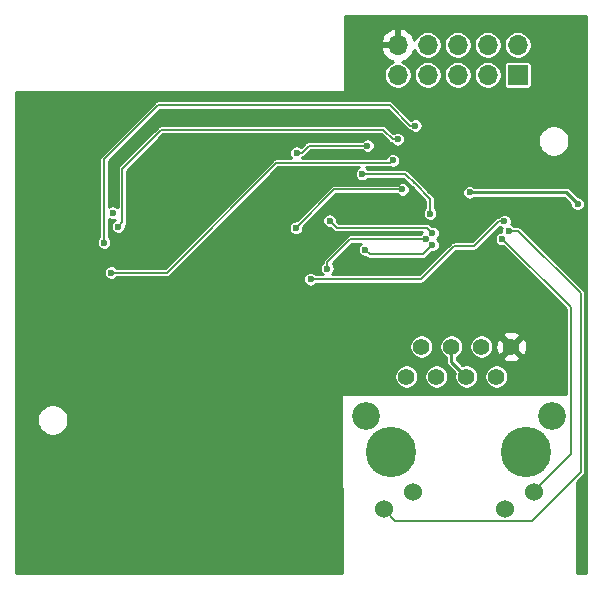
<source format=gbr>
G04 #@! TF.GenerationSoftware,KiCad,Pcbnew,(5.1.5)-3*
G04 #@! TF.CreationDate,2020-08-13T18:58:06-07:00*
G04 #@! TF.ProjectId,EsperDNS,45737065-7244-44e5-932e-6b696361645f,rev?*
G04 #@! TF.SameCoordinates,Original*
G04 #@! TF.FileFunction,Copper,L2,Bot*
G04 #@! TF.FilePolarity,Positive*
%FSLAX46Y46*%
G04 Gerber Fmt 4.6, Leading zero omitted, Abs format (unit mm)*
G04 Created by KiCad (PCBNEW (5.1.5)-3) date 2020-08-13 18:58:06*
%MOMM*%
%LPD*%
G04 APERTURE LIST*
%ADD10C,4.266000*%
%ADD11C,2.355000*%
%ADD12C,1.398000*%
%ADD13C,1.530000*%
%ADD14O,1.700000X1.700000*%
%ADD15R,1.700000X1.700000*%
%ADD16C,0.600000*%
%ADD17C,0.254000*%
%ADD18C,0.127000*%
G04 APERTURE END LIST*
D10*
X171170000Y-105300000D03*
X182600000Y-105300000D03*
D11*
X169010000Y-102250000D03*
X184760000Y-102250000D03*
D12*
X172440000Y-98950000D03*
X181330000Y-96410000D03*
X173710000Y-96410000D03*
X180060000Y-98950000D03*
X174980000Y-98950000D03*
X178790000Y-96410000D03*
X176250000Y-96410000D03*
X177520000Y-98950000D03*
D13*
X170560000Y-110200000D03*
X183210000Y-108680000D03*
X173010000Y-108680000D03*
X180760000Y-110200000D03*
D14*
X171704000Y-70866000D03*
X171704000Y-73406000D03*
X174244000Y-70866000D03*
X174244000Y-73406000D03*
X176784000Y-70866000D03*
X176784000Y-73406000D03*
X179324000Y-70866000D03*
X179324000Y-73406000D03*
X181864000Y-70866000D03*
D15*
X181864000Y-73406000D03*
D16*
X147574000Y-85090000D03*
X151892000Y-83820000D03*
X150368000Y-85598000D03*
X153670000Y-85598000D03*
X153670000Y-82296000D03*
X150368000Y-82296000D03*
X177546000Y-86868000D03*
X178150000Y-85850000D03*
X176800000Y-85900000D03*
X169400000Y-93500000D03*
X177550000Y-91100000D03*
X180650000Y-89950000D03*
X172600000Y-91800000D03*
X167894000Y-88646000D03*
X151892000Y-88900000D03*
X151892000Y-79248000D03*
X145288000Y-94742000D03*
X141224000Y-108712000D03*
X161036000Y-110998000D03*
X184404000Y-97282000D03*
X181102000Y-77724000D03*
X163322000Y-76708000D03*
X162052000Y-100584000D03*
X167132000Y-84836000D03*
X146050000Y-85852000D03*
X146812000Y-76200000D03*
X157988000Y-86868000D03*
X166116000Y-101346000D03*
X169926000Y-74422000D03*
X180594000Y-72136000D03*
X177800000Y-83350000D03*
X186944000Y-84328000D03*
X181102000Y-86614000D03*
X180550000Y-87300000D03*
X163150000Y-80000000D03*
X169150000Y-79400000D03*
X171700000Y-78850000D03*
X148050000Y-86250000D03*
X173200000Y-77700000D03*
X146850000Y-87600000D03*
X172112500Y-83100000D03*
X163100000Y-86350000D03*
X165750000Y-89800000D03*
X174066000Y-87300000D03*
X174650000Y-86800000D03*
X165950000Y-85750000D03*
X174650000Y-87800000D03*
X168950000Y-88200000D03*
X174450000Y-85150000D03*
X168700000Y-81800000D03*
X171300000Y-80650000D03*
X147450000Y-90150000D03*
X180750000Y-85800000D03*
X164332000Y-90700000D03*
D17*
X186944000Y-84328000D02*
X185928000Y-83312000D01*
X185890000Y-83350000D02*
X177800000Y-83350000D01*
X185928000Y-83312000D02*
X185890000Y-83350000D01*
X176250000Y-97680000D02*
X176250000Y-96410000D01*
X177520000Y-98950000D02*
X176250000Y-97680000D01*
D18*
X181914000Y-86614000D02*
X181102000Y-86614000D01*
X171515501Y-111155501D02*
X183044499Y-111155501D01*
X187200000Y-107000000D02*
X187200000Y-91900000D01*
X170560000Y-110200000D02*
X171515501Y-111155501D01*
X183044499Y-111155501D02*
X187200000Y-107000000D01*
X187200000Y-91900000D02*
X181914000Y-86614000D01*
X181102000Y-86614000D02*
X181102000Y-86614000D01*
X183974999Y-107915001D02*
X183210000Y-108680000D01*
X186350000Y-105540000D02*
X183974999Y-107915001D01*
X180550000Y-87300000D02*
X186350000Y-93100000D01*
X186350000Y-93100000D02*
X186350000Y-105540000D01*
X163574264Y-80000000D02*
X164174264Y-79400000D01*
X163150000Y-80000000D02*
X163574264Y-80000000D01*
X164174264Y-79400000D02*
X169150000Y-79400000D01*
X169150000Y-79400000D02*
X169150000Y-79400000D01*
X148050000Y-86250000D02*
X148050000Y-86250000D01*
X148400000Y-85900000D02*
X148050000Y-86250000D01*
X171700000Y-78850000D02*
X171275736Y-78850000D01*
X148400000Y-81350000D02*
X148400000Y-85900000D01*
X171275736Y-78850000D02*
X170475736Y-78050000D01*
X170475736Y-78050000D02*
X151700000Y-78050000D01*
X151700000Y-78050000D02*
X148400000Y-81350000D01*
X146850000Y-87600000D02*
X146850000Y-87600000D01*
X151450000Y-75950000D02*
X146850000Y-80550000D01*
X171025736Y-75950000D02*
X151450000Y-75950000D01*
X146850000Y-80550000D02*
X146850000Y-87600000D01*
X173200000Y-77700000D02*
X172775736Y-77700000D01*
X172775736Y-77700000D02*
X171025736Y-75950000D01*
X166350000Y-83100000D02*
X163100000Y-86350000D01*
X172112500Y-83100000D02*
X166350000Y-83100000D01*
X165750000Y-89250000D02*
X165750000Y-89800000D01*
X167700000Y-87300000D02*
X165750000Y-89250000D01*
X174066000Y-87300000D02*
X167700000Y-87300000D01*
X174650000Y-86800000D02*
X174200000Y-86350000D01*
X166550000Y-86350000D02*
X165950000Y-85750000D01*
X174200000Y-86350000D02*
X166550000Y-86350000D01*
X168950000Y-88200000D02*
X168950000Y-88200000D01*
X169350000Y-88600000D02*
X168950000Y-88200000D01*
X174650000Y-87800000D02*
X173850000Y-88600000D01*
X173850000Y-88600000D02*
X169350000Y-88600000D01*
X174450000Y-85150000D02*
X174450000Y-83900000D01*
X174450000Y-83900000D02*
X173150000Y-82600000D01*
X173150000Y-82600000D02*
X173100000Y-82550000D01*
X172350000Y-81800000D02*
X169124264Y-81800000D01*
X169124264Y-81800000D02*
X168700000Y-81800000D01*
X173150000Y-82600000D02*
X172350000Y-81800000D01*
X147450000Y-90150000D02*
X147450000Y-90150000D01*
X161450000Y-80850000D02*
X152150000Y-90150000D01*
X171300000Y-80650000D02*
X171100000Y-80850000D01*
X152150000Y-90150000D02*
X147450000Y-90150000D01*
X171100000Y-80850000D02*
X161450000Y-80850000D01*
X180283971Y-85800000D02*
X178199971Y-87884000D01*
X176516000Y-87884000D02*
X173700000Y-90700000D01*
X180750000Y-85800000D02*
X180283971Y-85800000D01*
X178199971Y-87884000D02*
X176516000Y-87884000D01*
X173700000Y-90700000D02*
X164332000Y-90700000D01*
D17*
G36*
X187619801Y-115619800D02*
G01*
X186877000Y-115619800D01*
X186877000Y-107879776D01*
X187464722Y-107292054D01*
X187479734Y-107279734D01*
X187528933Y-107219786D01*
X187565490Y-107151391D01*
X187588003Y-107077179D01*
X187593700Y-107019333D01*
X187593700Y-107019325D01*
X187595603Y-107000000D01*
X187593700Y-106980675D01*
X187593700Y-91919325D01*
X187595603Y-91900000D01*
X187593700Y-91880675D01*
X187593700Y-91880667D01*
X187588003Y-91822821D01*
X187565490Y-91748609D01*
X187528933Y-91680214D01*
X187479734Y-91620266D01*
X187464720Y-91607944D01*
X182206060Y-86349285D01*
X182193734Y-86334266D01*
X182133786Y-86285067D01*
X182065391Y-86248510D01*
X181991179Y-86225997D01*
X181933333Y-86220300D01*
X181933322Y-86220300D01*
X181914000Y-86218397D01*
X181894678Y-86220300D01*
X181596873Y-86220300D01*
X181591508Y-86212271D01*
X181503729Y-86124492D01*
X181400512Y-86055524D01*
X181337153Y-86029280D01*
X181355982Y-85983822D01*
X181380200Y-85862069D01*
X181380200Y-85737931D01*
X181355982Y-85616178D01*
X181308476Y-85501488D01*
X181239508Y-85398271D01*
X181151729Y-85310492D01*
X181048512Y-85241524D01*
X180933822Y-85194018D01*
X180812069Y-85169800D01*
X180687931Y-85169800D01*
X180566178Y-85194018D01*
X180451488Y-85241524D01*
X180348271Y-85310492D01*
X180260492Y-85398271D01*
X180254457Y-85407303D01*
X180206792Y-85411997D01*
X180148324Y-85429734D01*
X180132580Y-85434510D01*
X180064185Y-85471067D01*
X180019253Y-85507942D01*
X180019250Y-85507945D01*
X180004237Y-85520266D01*
X179991915Y-85535280D01*
X178036896Y-87490300D01*
X176535322Y-87490300D01*
X176515999Y-87488397D01*
X176496677Y-87490300D01*
X176496667Y-87490300D01*
X176438821Y-87495997D01*
X176364609Y-87518510D01*
X176332770Y-87535528D01*
X176296213Y-87555067D01*
X176251282Y-87591942D01*
X176251279Y-87591945D01*
X176236266Y-87604266D01*
X176223944Y-87619280D01*
X173536925Y-90306300D01*
X166126598Y-90306300D01*
X166151729Y-90289508D01*
X166239508Y-90201729D01*
X166308476Y-90098512D01*
X166355982Y-89983822D01*
X166380200Y-89862069D01*
X166380200Y-89737931D01*
X166355982Y-89616178D01*
X166308476Y-89501488D01*
X166239508Y-89398271D01*
X166199006Y-89357769D01*
X167863076Y-87693700D01*
X168573402Y-87693700D01*
X168548271Y-87710492D01*
X168460492Y-87798271D01*
X168391524Y-87901488D01*
X168344018Y-88016178D01*
X168319800Y-88137931D01*
X168319800Y-88262069D01*
X168344018Y-88383822D01*
X168391524Y-88498512D01*
X168460492Y-88601729D01*
X168548271Y-88689508D01*
X168651488Y-88758476D01*
X168766178Y-88805982D01*
X168887931Y-88830200D01*
X169012069Y-88830200D01*
X169021540Y-88828316D01*
X169057944Y-88864720D01*
X169070266Y-88879734D01*
X169085279Y-88892055D01*
X169085282Y-88892058D01*
X169130213Y-88928933D01*
X169166770Y-88948472D01*
X169198609Y-88965490D01*
X169272821Y-88988003D01*
X169330667Y-88993700D01*
X169330677Y-88993700D01*
X169349999Y-88995603D01*
X169369322Y-88993700D01*
X173830678Y-88993700D01*
X173850000Y-88995603D01*
X173869322Y-88993700D01*
X173869333Y-88993700D01*
X173927179Y-88988003D01*
X174001391Y-88965490D01*
X174069786Y-88928933D01*
X174129734Y-88879734D01*
X174142060Y-88864715D01*
X174578460Y-88428316D01*
X174587931Y-88430200D01*
X174712069Y-88430200D01*
X174833822Y-88405982D01*
X174948512Y-88358476D01*
X175051729Y-88289508D01*
X175139508Y-88201729D01*
X175208476Y-88098512D01*
X175255982Y-87983822D01*
X175280200Y-87862069D01*
X175280200Y-87737931D01*
X175255982Y-87616178D01*
X175208476Y-87501488D01*
X175139508Y-87398271D01*
X175051729Y-87310492D01*
X175036027Y-87300000D01*
X175051729Y-87289508D01*
X175139508Y-87201729D01*
X175208476Y-87098512D01*
X175255982Y-86983822D01*
X175280200Y-86862069D01*
X175280200Y-86737931D01*
X175255982Y-86616178D01*
X175208476Y-86501488D01*
X175139508Y-86398271D01*
X175051729Y-86310492D01*
X174948512Y-86241524D01*
X174833822Y-86194018D01*
X174712069Y-86169800D01*
X174587931Y-86169800D01*
X174578459Y-86171684D01*
X174492058Y-86085283D01*
X174479734Y-86070266D01*
X174419786Y-86021067D01*
X174351391Y-85984510D01*
X174277179Y-85961997D01*
X174219333Y-85956300D01*
X174219322Y-85956300D01*
X174200000Y-85954397D01*
X174180678Y-85956300D01*
X166713076Y-85956300D01*
X166578316Y-85821540D01*
X166580200Y-85812069D01*
X166580200Y-85687931D01*
X166555982Y-85566178D01*
X166508476Y-85451488D01*
X166439508Y-85348271D01*
X166351729Y-85260492D01*
X166248512Y-85191524D01*
X166133822Y-85144018D01*
X166012069Y-85119800D01*
X165887931Y-85119800D01*
X165766178Y-85144018D01*
X165651488Y-85191524D01*
X165548271Y-85260492D01*
X165460492Y-85348271D01*
X165391524Y-85451488D01*
X165344018Y-85566178D01*
X165319800Y-85687931D01*
X165319800Y-85812069D01*
X165344018Y-85933822D01*
X165391524Y-86048512D01*
X165460492Y-86151729D01*
X165548271Y-86239508D01*
X165651488Y-86308476D01*
X165766178Y-86355982D01*
X165887931Y-86380200D01*
X166012069Y-86380200D01*
X166021540Y-86378316D01*
X166257944Y-86614720D01*
X166270266Y-86629734D01*
X166285279Y-86642055D01*
X166285282Y-86642058D01*
X166326724Y-86676069D01*
X166330214Y-86678933D01*
X166398609Y-86715490D01*
X166472821Y-86738003D01*
X166530667Y-86743700D01*
X166530677Y-86743700D01*
X166549999Y-86745603D01*
X166569322Y-86743700D01*
X173764231Y-86743700D01*
X173664271Y-86810492D01*
X173576492Y-86898271D01*
X173571127Y-86906300D01*
X167719322Y-86906300D01*
X167699999Y-86904397D01*
X167680677Y-86906300D01*
X167680667Y-86906300D01*
X167622821Y-86911997D01*
X167548609Y-86934510D01*
X167517028Y-86951390D01*
X167480213Y-86971067D01*
X167435282Y-87007942D01*
X167435279Y-87007945D01*
X167420266Y-87020266D01*
X167407944Y-87035280D01*
X165485285Y-88957940D01*
X165470266Y-88970266D01*
X165421067Y-89030215D01*
X165384510Y-89098610D01*
X165361997Y-89172822D01*
X165356300Y-89230668D01*
X165356300Y-89230678D01*
X165354397Y-89250000D01*
X165356300Y-89269323D01*
X165356300Y-89305127D01*
X165348271Y-89310492D01*
X165260492Y-89398271D01*
X165191524Y-89501488D01*
X165144018Y-89616178D01*
X165119800Y-89737931D01*
X165119800Y-89862069D01*
X165144018Y-89983822D01*
X165191524Y-90098512D01*
X165260492Y-90201729D01*
X165348271Y-90289508D01*
X165373402Y-90306300D01*
X164826873Y-90306300D01*
X164821508Y-90298271D01*
X164733729Y-90210492D01*
X164630512Y-90141524D01*
X164515822Y-90094018D01*
X164394069Y-90069800D01*
X164269931Y-90069800D01*
X164148178Y-90094018D01*
X164033488Y-90141524D01*
X163930271Y-90210492D01*
X163842492Y-90298271D01*
X163773524Y-90401488D01*
X163726018Y-90516178D01*
X163701800Y-90637931D01*
X163701800Y-90762069D01*
X163726018Y-90883822D01*
X163773524Y-90998512D01*
X163842492Y-91101729D01*
X163930271Y-91189508D01*
X164033488Y-91258476D01*
X164148178Y-91305982D01*
X164269931Y-91330200D01*
X164394069Y-91330200D01*
X164515822Y-91305982D01*
X164630512Y-91258476D01*
X164733729Y-91189508D01*
X164821508Y-91101729D01*
X164826873Y-91093700D01*
X173680678Y-91093700D01*
X173700000Y-91095603D01*
X173719322Y-91093700D01*
X173719333Y-91093700D01*
X173777179Y-91088003D01*
X173851391Y-91065490D01*
X173919786Y-91028933D01*
X173979734Y-90979734D01*
X173992060Y-90964715D01*
X176679076Y-88277700D01*
X178180649Y-88277700D01*
X178199971Y-88279603D01*
X178219293Y-88277700D01*
X178219304Y-88277700D01*
X178277150Y-88272003D01*
X178351362Y-88249490D01*
X178419757Y-88212933D01*
X178479705Y-88163734D01*
X178492031Y-88148715D01*
X180350050Y-86290697D01*
X180451488Y-86358476D01*
X180514847Y-86384720D01*
X180496018Y-86430178D01*
X180471800Y-86551931D01*
X180471800Y-86673009D01*
X180366178Y-86694018D01*
X180251488Y-86741524D01*
X180148271Y-86810492D01*
X180060492Y-86898271D01*
X179991524Y-87001488D01*
X179944018Y-87116178D01*
X179919800Y-87237931D01*
X179919800Y-87362069D01*
X179944018Y-87483822D01*
X179991524Y-87598512D01*
X180060492Y-87701729D01*
X180148271Y-87789508D01*
X180251488Y-87858476D01*
X180366178Y-87905982D01*
X180487931Y-87930200D01*
X180612069Y-87930200D01*
X180621541Y-87928316D01*
X185956300Y-93263076D01*
X185956301Y-100423000D01*
X167050000Y-100423000D01*
X167025224Y-100425440D01*
X167001399Y-100432667D01*
X166979443Y-100444403D01*
X166960197Y-100460197D01*
X166944403Y-100479443D01*
X166932667Y-100501399D01*
X166925440Y-100525224D01*
X166923000Y-100550000D01*
X166923000Y-101000000D01*
X166923001Y-101000410D01*
X166970160Y-115619800D01*
X139380200Y-115619800D01*
X139380200Y-102484987D01*
X141163800Y-102484987D01*
X141163800Y-102747013D01*
X141214919Y-103004005D01*
X141315192Y-103246086D01*
X141460766Y-103463953D01*
X141646047Y-103649234D01*
X141863914Y-103794808D01*
X142105995Y-103895081D01*
X142362987Y-103946200D01*
X142625013Y-103946200D01*
X142882005Y-103895081D01*
X143124086Y-103794808D01*
X143341953Y-103649234D01*
X143527234Y-103463953D01*
X143672808Y-103246086D01*
X143773081Y-103004005D01*
X143824200Y-102747013D01*
X143824200Y-102484987D01*
X143773081Y-102227995D01*
X143672808Y-101985914D01*
X143527234Y-101768047D01*
X143341953Y-101582766D01*
X143124086Y-101437192D01*
X142882005Y-101336919D01*
X142625013Y-101285800D01*
X142362987Y-101285800D01*
X142105995Y-101336919D01*
X141863914Y-101437192D01*
X141646047Y-101582766D01*
X141460766Y-101768047D01*
X141315192Y-101985914D01*
X141214919Y-102227995D01*
X141163800Y-102484987D01*
X139380200Y-102484987D01*
X139380200Y-98848633D01*
X171410800Y-98848633D01*
X171410800Y-99051367D01*
X171450351Y-99250207D01*
X171527935Y-99437509D01*
X171640568Y-99606077D01*
X171783923Y-99749432D01*
X171952491Y-99862065D01*
X172139793Y-99939649D01*
X172338633Y-99979200D01*
X172541367Y-99979200D01*
X172740207Y-99939649D01*
X172927509Y-99862065D01*
X173096077Y-99749432D01*
X173239432Y-99606077D01*
X173352065Y-99437509D01*
X173429649Y-99250207D01*
X173469200Y-99051367D01*
X173469200Y-98848633D01*
X173950800Y-98848633D01*
X173950800Y-99051367D01*
X173990351Y-99250207D01*
X174067935Y-99437509D01*
X174180568Y-99606077D01*
X174323923Y-99749432D01*
X174492491Y-99862065D01*
X174679793Y-99939649D01*
X174878633Y-99979200D01*
X175081367Y-99979200D01*
X175280207Y-99939649D01*
X175467509Y-99862065D01*
X175636077Y-99749432D01*
X175779432Y-99606077D01*
X175892065Y-99437509D01*
X175969649Y-99250207D01*
X176009200Y-99051367D01*
X176009200Y-98848633D01*
X175969649Y-98649793D01*
X175892065Y-98462491D01*
X175779432Y-98293923D01*
X175636077Y-98150568D01*
X175467509Y-98037935D01*
X175280207Y-97960351D01*
X175081367Y-97920800D01*
X174878633Y-97920800D01*
X174679793Y-97960351D01*
X174492491Y-98037935D01*
X174323923Y-98150568D01*
X174180568Y-98293923D01*
X174067935Y-98462491D01*
X173990351Y-98649793D01*
X173950800Y-98848633D01*
X173469200Y-98848633D01*
X173429649Y-98649793D01*
X173352065Y-98462491D01*
X173239432Y-98293923D01*
X173096077Y-98150568D01*
X172927509Y-98037935D01*
X172740207Y-97960351D01*
X172541367Y-97920800D01*
X172338633Y-97920800D01*
X172139793Y-97960351D01*
X171952491Y-98037935D01*
X171783923Y-98150568D01*
X171640568Y-98293923D01*
X171527935Y-98462491D01*
X171450351Y-98649793D01*
X171410800Y-98848633D01*
X139380200Y-98848633D01*
X139380200Y-96308633D01*
X172680800Y-96308633D01*
X172680800Y-96511367D01*
X172720351Y-96710207D01*
X172797935Y-96897509D01*
X172910568Y-97066077D01*
X173053923Y-97209432D01*
X173222491Y-97322065D01*
X173409793Y-97399649D01*
X173608633Y-97439200D01*
X173811367Y-97439200D01*
X174010207Y-97399649D01*
X174197509Y-97322065D01*
X174366077Y-97209432D01*
X174509432Y-97066077D01*
X174622065Y-96897509D01*
X174699649Y-96710207D01*
X174739200Y-96511367D01*
X174739200Y-96308633D01*
X175220800Y-96308633D01*
X175220800Y-96511367D01*
X175260351Y-96710207D01*
X175337935Y-96897509D01*
X175450568Y-97066077D01*
X175593923Y-97209432D01*
X175762491Y-97322065D01*
X175792800Y-97334620D01*
X175792800Y-97657550D01*
X175790589Y-97680000D01*
X175792800Y-97702450D01*
X175792800Y-97702459D01*
X175799415Y-97769626D01*
X175825559Y-97855808D01*
X175868013Y-97935235D01*
X175925147Y-98004853D01*
X175942597Y-98019174D01*
X176542906Y-98619483D01*
X176530351Y-98649793D01*
X176490800Y-98848633D01*
X176490800Y-99051367D01*
X176530351Y-99250207D01*
X176607935Y-99437509D01*
X176720568Y-99606077D01*
X176863923Y-99749432D01*
X177032491Y-99862065D01*
X177219793Y-99939649D01*
X177418633Y-99979200D01*
X177621367Y-99979200D01*
X177820207Y-99939649D01*
X178007509Y-99862065D01*
X178176077Y-99749432D01*
X178319432Y-99606077D01*
X178432065Y-99437509D01*
X178509649Y-99250207D01*
X178549200Y-99051367D01*
X178549200Y-98848633D01*
X179030800Y-98848633D01*
X179030800Y-99051367D01*
X179070351Y-99250207D01*
X179147935Y-99437509D01*
X179260568Y-99606077D01*
X179403923Y-99749432D01*
X179572491Y-99862065D01*
X179759793Y-99939649D01*
X179958633Y-99979200D01*
X180161367Y-99979200D01*
X180360207Y-99939649D01*
X180547509Y-99862065D01*
X180716077Y-99749432D01*
X180859432Y-99606077D01*
X180972065Y-99437509D01*
X181049649Y-99250207D01*
X181089200Y-99051367D01*
X181089200Y-98848633D01*
X181049649Y-98649793D01*
X180972065Y-98462491D01*
X180859432Y-98293923D01*
X180716077Y-98150568D01*
X180547509Y-98037935D01*
X180360207Y-97960351D01*
X180161367Y-97920800D01*
X179958633Y-97920800D01*
X179759793Y-97960351D01*
X179572491Y-98037935D01*
X179403923Y-98150568D01*
X179260568Y-98293923D01*
X179147935Y-98462491D01*
X179070351Y-98649793D01*
X179030800Y-98848633D01*
X178549200Y-98848633D01*
X178509649Y-98649793D01*
X178432065Y-98462491D01*
X178319432Y-98293923D01*
X178176077Y-98150568D01*
X178007509Y-98037935D01*
X177820207Y-97960351D01*
X177621367Y-97920800D01*
X177418633Y-97920800D01*
X177219793Y-97960351D01*
X177189483Y-97972906D01*
X176707200Y-97490623D01*
X176707200Y-97334620D01*
X176737509Y-97322065D01*
X176906077Y-97209432D01*
X177049432Y-97066077D01*
X177162065Y-96897509D01*
X177239649Y-96710207D01*
X177279200Y-96511367D01*
X177279200Y-96308633D01*
X177760800Y-96308633D01*
X177760800Y-96511367D01*
X177800351Y-96710207D01*
X177877935Y-96897509D01*
X177990568Y-97066077D01*
X178133923Y-97209432D01*
X178302491Y-97322065D01*
X178489793Y-97399649D01*
X178688633Y-97439200D01*
X178891367Y-97439200D01*
X179090207Y-97399649D01*
X179257012Y-97330555D01*
X180589050Y-97330555D01*
X180648389Y-97564221D01*
X180886664Y-97675018D01*
X181141975Y-97737202D01*
X181404512Y-97748382D01*
X181664186Y-97708129D01*
X181911017Y-97617990D01*
X182011611Y-97564221D01*
X182070950Y-97330555D01*
X181330000Y-96589605D01*
X180589050Y-97330555D01*
X179257012Y-97330555D01*
X179277509Y-97322065D01*
X179446077Y-97209432D01*
X179589432Y-97066077D01*
X179702065Y-96897509D01*
X179779649Y-96710207D01*
X179819200Y-96511367D01*
X179819200Y-96484512D01*
X179991618Y-96484512D01*
X180031871Y-96744186D01*
X180122010Y-96991017D01*
X180175779Y-97091611D01*
X180409445Y-97150950D01*
X181150395Y-96410000D01*
X181509605Y-96410000D01*
X182250555Y-97150950D01*
X182484221Y-97091611D01*
X182595018Y-96853336D01*
X182657202Y-96598025D01*
X182668382Y-96335488D01*
X182628129Y-96075814D01*
X182537990Y-95828983D01*
X182484221Y-95728389D01*
X182250555Y-95669050D01*
X181509605Y-96410000D01*
X181150395Y-96410000D01*
X180409445Y-95669050D01*
X180175779Y-95728389D01*
X180064982Y-95966664D01*
X180002798Y-96221975D01*
X179991618Y-96484512D01*
X179819200Y-96484512D01*
X179819200Y-96308633D01*
X179779649Y-96109793D01*
X179702065Y-95922491D01*
X179589432Y-95753923D01*
X179446077Y-95610568D01*
X179277509Y-95497935D01*
X179257013Y-95489445D01*
X180589050Y-95489445D01*
X181330000Y-96230395D01*
X182070950Y-95489445D01*
X182011611Y-95255779D01*
X181773336Y-95144982D01*
X181518025Y-95082798D01*
X181255488Y-95071618D01*
X180995814Y-95111871D01*
X180748983Y-95202010D01*
X180648389Y-95255779D01*
X180589050Y-95489445D01*
X179257013Y-95489445D01*
X179090207Y-95420351D01*
X178891367Y-95380800D01*
X178688633Y-95380800D01*
X178489793Y-95420351D01*
X178302491Y-95497935D01*
X178133923Y-95610568D01*
X177990568Y-95753923D01*
X177877935Y-95922491D01*
X177800351Y-96109793D01*
X177760800Y-96308633D01*
X177279200Y-96308633D01*
X177239649Y-96109793D01*
X177162065Y-95922491D01*
X177049432Y-95753923D01*
X176906077Y-95610568D01*
X176737509Y-95497935D01*
X176550207Y-95420351D01*
X176351367Y-95380800D01*
X176148633Y-95380800D01*
X175949793Y-95420351D01*
X175762491Y-95497935D01*
X175593923Y-95610568D01*
X175450568Y-95753923D01*
X175337935Y-95922491D01*
X175260351Y-96109793D01*
X175220800Y-96308633D01*
X174739200Y-96308633D01*
X174699649Y-96109793D01*
X174622065Y-95922491D01*
X174509432Y-95753923D01*
X174366077Y-95610568D01*
X174197509Y-95497935D01*
X174010207Y-95420351D01*
X173811367Y-95380800D01*
X173608633Y-95380800D01*
X173409793Y-95420351D01*
X173222491Y-95497935D01*
X173053923Y-95610568D01*
X172910568Y-95753923D01*
X172797935Y-95922491D01*
X172720351Y-96109793D01*
X172680800Y-96308633D01*
X139380200Y-96308633D01*
X139380200Y-90087931D01*
X146819800Y-90087931D01*
X146819800Y-90212069D01*
X146844018Y-90333822D01*
X146891524Y-90448512D01*
X146960492Y-90551729D01*
X147048271Y-90639508D01*
X147151488Y-90708476D01*
X147266178Y-90755982D01*
X147387931Y-90780200D01*
X147512069Y-90780200D01*
X147633822Y-90755982D01*
X147748512Y-90708476D01*
X147851729Y-90639508D01*
X147939508Y-90551729D01*
X147944873Y-90543700D01*
X152130678Y-90543700D01*
X152150000Y-90545603D01*
X152169322Y-90543700D01*
X152169333Y-90543700D01*
X152227179Y-90538003D01*
X152301391Y-90515490D01*
X152369786Y-90478933D01*
X152429734Y-90429734D01*
X152442060Y-90414715D01*
X156568844Y-86287931D01*
X162469800Y-86287931D01*
X162469800Y-86412069D01*
X162494018Y-86533822D01*
X162541524Y-86648512D01*
X162610492Y-86751729D01*
X162698271Y-86839508D01*
X162801488Y-86908476D01*
X162916178Y-86955982D01*
X163037931Y-86980200D01*
X163162069Y-86980200D01*
X163283822Y-86955982D01*
X163398512Y-86908476D01*
X163501729Y-86839508D01*
X163589508Y-86751729D01*
X163658476Y-86648512D01*
X163705982Y-86533822D01*
X163730200Y-86412069D01*
X163730200Y-86287931D01*
X163728316Y-86278459D01*
X166513076Y-83493700D01*
X171617627Y-83493700D01*
X171622992Y-83501729D01*
X171710771Y-83589508D01*
X171813988Y-83658476D01*
X171928678Y-83705982D01*
X172050431Y-83730200D01*
X172174569Y-83730200D01*
X172296322Y-83705982D01*
X172411012Y-83658476D01*
X172514229Y-83589508D01*
X172602008Y-83501729D01*
X172670976Y-83398512D01*
X172718482Y-83283822D01*
X172742700Y-83162069D01*
X172742700Y-83037931D01*
X172718482Y-82916178D01*
X172670976Y-82801488D01*
X172602008Y-82698271D01*
X172514229Y-82610492D01*
X172411012Y-82541524D01*
X172296322Y-82494018D01*
X172174569Y-82469800D01*
X172050431Y-82469800D01*
X171928678Y-82494018D01*
X171813988Y-82541524D01*
X171710771Y-82610492D01*
X171622992Y-82698271D01*
X171617627Y-82706300D01*
X166369322Y-82706300D01*
X166349999Y-82704397D01*
X166330677Y-82706300D01*
X166330667Y-82706300D01*
X166272821Y-82711997D01*
X166198609Y-82734510D01*
X166130214Y-82771067D01*
X166085282Y-82807942D01*
X166085279Y-82807945D01*
X166070266Y-82820266D01*
X166057944Y-82835280D01*
X163171541Y-85721684D01*
X163162069Y-85719800D01*
X163037931Y-85719800D01*
X162916178Y-85744018D01*
X162801488Y-85791524D01*
X162698271Y-85860492D01*
X162610492Y-85948271D01*
X162541524Y-86051488D01*
X162494018Y-86166178D01*
X162469800Y-86287931D01*
X156568844Y-86287931D01*
X161613076Y-81243700D01*
X168398231Y-81243700D01*
X168298271Y-81310492D01*
X168210492Y-81398271D01*
X168141524Y-81501488D01*
X168094018Y-81616178D01*
X168069800Y-81737931D01*
X168069800Y-81862069D01*
X168094018Y-81983822D01*
X168141524Y-82098512D01*
X168210492Y-82201729D01*
X168298271Y-82289508D01*
X168401488Y-82358476D01*
X168516178Y-82405982D01*
X168637931Y-82430200D01*
X168762069Y-82430200D01*
X168883822Y-82405982D01*
X168998512Y-82358476D01*
X169101729Y-82289508D01*
X169189508Y-82201729D01*
X169194873Y-82193700D01*
X172186925Y-82193700D01*
X172885282Y-82892058D01*
X172885287Y-82892062D01*
X174056301Y-84063077D01*
X174056300Y-84655127D01*
X174048271Y-84660492D01*
X173960492Y-84748271D01*
X173891524Y-84851488D01*
X173844018Y-84966178D01*
X173819800Y-85087931D01*
X173819800Y-85212069D01*
X173844018Y-85333822D01*
X173891524Y-85448512D01*
X173960492Y-85551729D01*
X174048271Y-85639508D01*
X174151488Y-85708476D01*
X174266178Y-85755982D01*
X174387931Y-85780200D01*
X174512069Y-85780200D01*
X174633822Y-85755982D01*
X174748512Y-85708476D01*
X174851729Y-85639508D01*
X174939508Y-85551729D01*
X175008476Y-85448512D01*
X175055982Y-85333822D01*
X175080200Y-85212069D01*
X175080200Y-85087931D01*
X175055982Y-84966178D01*
X175008476Y-84851488D01*
X174939508Y-84748271D01*
X174851729Y-84660492D01*
X174843700Y-84655127D01*
X174843700Y-83919325D01*
X174845603Y-83900000D01*
X174843700Y-83880675D01*
X174843700Y-83880667D01*
X174838003Y-83822821D01*
X174815490Y-83748609D01*
X174778933Y-83680214D01*
X174761093Y-83658476D01*
X174742058Y-83635282D01*
X174742055Y-83635279D01*
X174729734Y-83620266D01*
X174714720Y-83607944D01*
X174394707Y-83287931D01*
X177169800Y-83287931D01*
X177169800Y-83412069D01*
X177194018Y-83533822D01*
X177241524Y-83648512D01*
X177310492Y-83751729D01*
X177398271Y-83839508D01*
X177501488Y-83908476D01*
X177616178Y-83955982D01*
X177737931Y-83980200D01*
X177862069Y-83980200D01*
X177983822Y-83955982D01*
X178098512Y-83908476D01*
X178201729Y-83839508D01*
X178234037Y-83807200D01*
X185776623Y-83807200D01*
X186313800Y-84344378D01*
X186313800Y-84390069D01*
X186338018Y-84511822D01*
X186385524Y-84626512D01*
X186454492Y-84729729D01*
X186542271Y-84817508D01*
X186645488Y-84886476D01*
X186760178Y-84933982D01*
X186881931Y-84958200D01*
X187006069Y-84958200D01*
X187127822Y-84933982D01*
X187242512Y-84886476D01*
X187345729Y-84817508D01*
X187433508Y-84729729D01*
X187502476Y-84626512D01*
X187549982Y-84511822D01*
X187574200Y-84390069D01*
X187574200Y-84265931D01*
X187549982Y-84144178D01*
X187502476Y-84029488D01*
X187433508Y-83926271D01*
X187345729Y-83838492D01*
X187242512Y-83769524D01*
X187127822Y-83722018D01*
X187006069Y-83697800D01*
X186960378Y-83697800D01*
X186267173Y-83004596D01*
X186252853Y-82987147D01*
X186183235Y-82930013D01*
X186103809Y-82887560D01*
X186017626Y-82861416D01*
X186008244Y-82860492D01*
X185928000Y-82852589D01*
X185927999Y-82852589D01*
X185847756Y-82860492D01*
X185838374Y-82861416D01*
X185752191Y-82887560D01*
X185742387Y-82892800D01*
X178234037Y-82892800D01*
X178201729Y-82860492D01*
X178098512Y-82791524D01*
X177983822Y-82744018D01*
X177862069Y-82719800D01*
X177737931Y-82719800D01*
X177616178Y-82744018D01*
X177501488Y-82791524D01*
X177398271Y-82860492D01*
X177310492Y-82948271D01*
X177241524Y-83051488D01*
X177194018Y-83166178D01*
X177169800Y-83287931D01*
X174394707Y-83287931D01*
X173442062Y-82335287D01*
X173442058Y-82335282D01*
X172642060Y-81535285D01*
X172629734Y-81520266D01*
X172569786Y-81471067D01*
X172501391Y-81434510D01*
X172427179Y-81411997D01*
X172369333Y-81406300D01*
X172369322Y-81406300D01*
X172350000Y-81404397D01*
X172330678Y-81406300D01*
X169194873Y-81406300D01*
X169189508Y-81398271D01*
X169101729Y-81310492D01*
X169001769Y-81243700D01*
X171080678Y-81243700D01*
X171088351Y-81244456D01*
X171116178Y-81255982D01*
X171237931Y-81280200D01*
X171362069Y-81280200D01*
X171483822Y-81255982D01*
X171598512Y-81208476D01*
X171701729Y-81139508D01*
X171789508Y-81051729D01*
X171858476Y-80948512D01*
X171905982Y-80833822D01*
X171930200Y-80712069D01*
X171930200Y-80587931D01*
X171905982Y-80466178D01*
X171858476Y-80351488D01*
X171789508Y-80248271D01*
X171701729Y-80160492D01*
X171598512Y-80091524D01*
X171483822Y-80044018D01*
X171362069Y-80019800D01*
X171237931Y-80019800D01*
X171116178Y-80044018D01*
X171001488Y-80091524D01*
X170898271Y-80160492D01*
X170810492Y-80248271D01*
X170741524Y-80351488D01*
X170698110Y-80456300D01*
X163584937Y-80456300D01*
X163639508Y-80401729D01*
X163648485Y-80388294D01*
X163651443Y-80388003D01*
X163725655Y-80365490D01*
X163794050Y-80328933D01*
X163853998Y-80279734D01*
X163866324Y-80264715D01*
X164337340Y-79793700D01*
X168655127Y-79793700D01*
X168660492Y-79801729D01*
X168748271Y-79889508D01*
X168851488Y-79958476D01*
X168966178Y-80005982D01*
X169087931Y-80030200D01*
X169212069Y-80030200D01*
X169333822Y-80005982D01*
X169448512Y-79958476D01*
X169551729Y-79889508D01*
X169639508Y-79801729D01*
X169708476Y-79698512D01*
X169755982Y-79583822D01*
X169780200Y-79462069D01*
X169780200Y-79337931D01*
X169755982Y-79216178D01*
X169708476Y-79101488D01*
X169639508Y-78998271D01*
X169551729Y-78910492D01*
X169448512Y-78841524D01*
X169333822Y-78794018D01*
X169212069Y-78769800D01*
X169087931Y-78769800D01*
X168966178Y-78794018D01*
X168851488Y-78841524D01*
X168748271Y-78910492D01*
X168660492Y-78998271D01*
X168655127Y-79006300D01*
X164193586Y-79006300D01*
X164174263Y-79004397D01*
X164154941Y-79006300D01*
X164154931Y-79006300D01*
X164097085Y-79011997D01*
X164022873Y-79034510D01*
X163956877Y-79069785D01*
X163954478Y-79071067D01*
X163909546Y-79107942D01*
X163909543Y-79107945D01*
X163894530Y-79120266D01*
X163882208Y-79135280D01*
X163524914Y-79492575D01*
X163448512Y-79441524D01*
X163333822Y-79394018D01*
X163212069Y-79369800D01*
X163087931Y-79369800D01*
X162966178Y-79394018D01*
X162851488Y-79441524D01*
X162748271Y-79510492D01*
X162660492Y-79598271D01*
X162591524Y-79701488D01*
X162544018Y-79816178D01*
X162519800Y-79937931D01*
X162519800Y-80062069D01*
X162544018Y-80183822D01*
X162591524Y-80298512D01*
X162660492Y-80401729D01*
X162715063Y-80456300D01*
X161469322Y-80456300D01*
X161449999Y-80454397D01*
X161430677Y-80456300D01*
X161430667Y-80456300D01*
X161372821Y-80461997D01*
X161298609Y-80484510D01*
X161230214Y-80521067D01*
X161185282Y-80557942D01*
X161185279Y-80557945D01*
X161170266Y-80570266D01*
X161157944Y-80585280D01*
X151986925Y-89756300D01*
X147944873Y-89756300D01*
X147939508Y-89748271D01*
X147851729Y-89660492D01*
X147748512Y-89591524D01*
X147633822Y-89544018D01*
X147512069Y-89519800D01*
X147387931Y-89519800D01*
X147266178Y-89544018D01*
X147151488Y-89591524D01*
X147048271Y-89660492D01*
X146960492Y-89748271D01*
X146891524Y-89851488D01*
X146844018Y-89966178D01*
X146819800Y-90087931D01*
X139380200Y-90087931D01*
X139380200Y-87537931D01*
X146219800Y-87537931D01*
X146219800Y-87662069D01*
X146244018Y-87783822D01*
X146291524Y-87898512D01*
X146360492Y-88001729D01*
X146448271Y-88089508D01*
X146551488Y-88158476D01*
X146666178Y-88205982D01*
X146787931Y-88230200D01*
X146912069Y-88230200D01*
X147033822Y-88205982D01*
X147148512Y-88158476D01*
X147251729Y-88089508D01*
X147339508Y-88001729D01*
X147408476Y-87898512D01*
X147455982Y-87783822D01*
X147480200Y-87662069D01*
X147480200Y-87537931D01*
X147455982Y-87416178D01*
X147408476Y-87301488D01*
X147339508Y-87198271D01*
X147251729Y-87110492D01*
X147243700Y-87105127D01*
X147243700Y-85627236D01*
X147275488Y-85648476D01*
X147390178Y-85695982D01*
X147511931Y-85720200D01*
X147636069Y-85720200D01*
X147739303Y-85699666D01*
X147648271Y-85760492D01*
X147560492Y-85848271D01*
X147491524Y-85951488D01*
X147444018Y-86066178D01*
X147419800Y-86187931D01*
X147419800Y-86312069D01*
X147444018Y-86433822D01*
X147491524Y-86548512D01*
X147560492Y-86651729D01*
X147648271Y-86739508D01*
X147751488Y-86808476D01*
X147866178Y-86855982D01*
X147987931Y-86880200D01*
X148112069Y-86880200D01*
X148233822Y-86855982D01*
X148348512Y-86808476D01*
X148451729Y-86739508D01*
X148539508Y-86651729D01*
X148608476Y-86548512D01*
X148655982Y-86433822D01*
X148680200Y-86312069D01*
X148680200Y-86187931D01*
X148678733Y-86180556D01*
X148679734Y-86179734D01*
X148728933Y-86119786D01*
X148765490Y-86051391D01*
X148788003Y-85977179D01*
X148793700Y-85919333D01*
X148793700Y-85919325D01*
X148795603Y-85900000D01*
X148793700Y-85880675D01*
X148793700Y-81513075D01*
X151863076Y-78443700D01*
X170312661Y-78443700D01*
X170983680Y-79114720D01*
X170996002Y-79129734D01*
X171011015Y-79142055D01*
X171011018Y-79142058D01*
X171055950Y-79178933D01*
X171124345Y-79215490D01*
X171198557Y-79238003D01*
X171201515Y-79238294D01*
X171210492Y-79251729D01*
X171298271Y-79339508D01*
X171401488Y-79408476D01*
X171516178Y-79455982D01*
X171637931Y-79480200D01*
X171762069Y-79480200D01*
X171883822Y-79455982D01*
X171998512Y-79408476D01*
X172101729Y-79339508D01*
X172189508Y-79251729D01*
X172258476Y-79148512D01*
X172305982Y-79033822D01*
X172330200Y-78912069D01*
X172330200Y-78862987D01*
X183581800Y-78862987D01*
X183581800Y-79125013D01*
X183632919Y-79382005D01*
X183733192Y-79624086D01*
X183878766Y-79841953D01*
X184064047Y-80027234D01*
X184281914Y-80172808D01*
X184523995Y-80273081D01*
X184780987Y-80324200D01*
X185043013Y-80324200D01*
X185300005Y-80273081D01*
X185542086Y-80172808D01*
X185759953Y-80027234D01*
X185945234Y-79841953D01*
X186090808Y-79624086D01*
X186191081Y-79382005D01*
X186242200Y-79125013D01*
X186242200Y-78862987D01*
X186191081Y-78605995D01*
X186090808Y-78363914D01*
X185945234Y-78146047D01*
X185759953Y-77960766D01*
X185542086Y-77815192D01*
X185300005Y-77714919D01*
X185043013Y-77663800D01*
X184780987Y-77663800D01*
X184523995Y-77714919D01*
X184281914Y-77815192D01*
X184064047Y-77960766D01*
X183878766Y-78146047D01*
X183733192Y-78363914D01*
X183632919Y-78605995D01*
X183581800Y-78862987D01*
X172330200Y-78862987D01*
X172330200Y-78787931D01*
X172305982Y-78666178D01*
X172258476Y-78551488D01*
X172189508Y-78448271D01*
X172101729Y-78360492D01*
X171998512Y-78291524D01*
X171883822Y-78244018D01*
X171762069Y-78219800D01*
X171637931Y-78219800D01*
X171516178Y-78244018D01*
X171401488Y-78291524D01*
X171325086Y-78342574D01*
X170767796Y-77785285D01*
X170755470Y-77770266D01*
X170695522Y-77721067D01*
X170627127Y-77684510D01*
X170552915Y-77661997D01*
X170495069Y-77656300D01*
X170495058Y-77656300D01*
X170475736Y-77654397D01*
X170456414Y-77656300D01*
X151719325Y-77656300D01*
X151700000Y-77654397D01*
X151680675Y-77656300D01*
X151680667Y-77656300D01*
X151622821Y-77661997D01*
X151548609Y-77684510D01*
X151480214Y-77721067D01*
X151435282Y-77757942D01*
X151435279Y-77757945D01*
X151420266Y-77770266D01*
X151407944Y-77785280D01*
X148135285Y-81057940D01*
X148120266Y-81070266D01*
X148071067Y-81130215D01*
X148034510Y-81198610D01*
X148011997Y-81272822D01*
X148006300Y-81330668D01*
X148006300Y-81330678D01*
X148004397Y-81350000D01*
X148006300Y-81369323D01*
X148006301Y-84631064D01*
X147975729Y-84600492D01*
X147872512Y-84531524D01*
X147757822Y-84484018D01*
X147636069Y-84459800D01*
X147511931Y-84459800D01*
X147390178Y-84484018D01*
X147275488Y-84531524D01*
X147243700Y-84552764D01*
X147243700Y-80713075D01*
X151613076Y-76343700D01*
X170862661Y-76343700D01*
X172483680Y-77964720D01*
X172496002Y-77979734D01*
X172511015Y-77992055D01*
X172511018Y-77992058D01*
X172555950Y-78028933D01*
X172624345Y-78065490D01*
X172698557Y-78088003D01*
X172701515Y-78088294D01*
X172710492Y-78101729D01*
X172798271Y-78189508D01*
X172901488Y-78258476D01*
X173016178Y-78305982D01*
X173137931Y-78330200D01*
X173262069Y-78330200D01*
X173383822Y-78305982D01*
X173498512Y-78258476D01*
X173601729Y-78189508D01*
X173689508Y-78101729D01*
X173758476Y-77998512D01*
X173805982Y-77883822D01*
X173830200Y-77762069D01*
X173830200Y-77637931D01*
X173805982Y-77516178D01*
X173758476Y-77401488D01*
X173689508Y-77298271D01*
X173601729Y-77210492D01*
X173498512Y-77141524D01*
X173383822Y-77094018D01*
X173262069Y-77069800D01*
X173137931Y-77069800D01*
X173016178Y-77094018D01*
X172901488Y-77141524D01*
X172825086Y-77192574D01*
X171317796Y-75685285D01*
X171305470Y-75670266D01*
X171245522Y-75621067D01*
X171177127Y-75584510D01*
X171102915Y-75561997D01*
X171045069Y-75556300D01*
X171045058Y-75556300D01*
X171025736Y-75554397D01*
X171006414Y-75556300D01*
X151469322Y-75556300D01*
X151449999Y-75554397D01*
X151430677Y-75556300D01*
X151430667Y-75556300D01*
X151372821Y-75561997D01*
X151298609Y-75584510D01*
X151266770Y-75601528D01*
X151230213Y-75621067D01*
X151185282Y-75657942D01*
X151185279Y-75657945D01*
X151170266Y-75670266D01*
X151157944Y-75685280D01*
X146585285Y-80257940D01*
X146570266Y-80270266D01*
X146521067Y-80330215D01*
X146484510Y-80398610D01*
X146461997Y-80472822D01*
X146456300Y-80530668D01*
X146456300Y-80530678D01*
X146454397Y-80550000D01*
X146456300Y-80569322D01*
X146456301Y-87105127D01*
X146448271Y-87110492D01*
X146360492Y-87198271D01*
X146291524Y-87301488D01*
X146244018Y-87416178D01*
X146219800Y-87537931D01*
X139380200Y-87537931D01*
X139380200Y-74827000D01*
X167150000Y-74827000D01*
X167175330Y-74824448D01*
X167199122Y-74817116D01*
X167221026Y-74805282D01*
X167240201Y-74789403D01*
X167255909Y-74770087D01*
X167267548Y-74748079D01*
X167274669Y-74724223D01*
X167276999Y-74699436D01*
X167261548Y-71222891D01*
X170262519Y-71222891D01*
X170359843Y-71497252D01*
X170508822Y-71747355D01*
X170703731Y-71963588D01*
X170937080Y-72137641D01*
X171199901Y-72262825D01*
X171303786Y-72294335D01*
X171144966Y-72360121D01*
X170951667Y-72489279D01*
X170787279Y-72653667D01*
X170658121Y-72846966D01*
X170569155Y-73061748D01*
X170523800Y-73289760D01*
X170523800Y-73522240D01*
X170569155Y-73750252D01*
X170658121Y-73965034D01*
X170787279Y-74158333D01*
X170951667Y-74322721D01*
X171144966Y-74451879D01*
X171359748Y-74540845D01*
X171587760Y-74586200D01*
X171820240Y-74586200D01*
X172048252Y-74540845D01*
X172263034Y-74451879D01*
X172456333Y-74322721D01*
X172620721Y-74158333D01*
X172749879Y-73965034D01*
X172838845Y-73750252D01*
X172884200Y-73522240D01*
X172884200Y-73289760D01*
X173063800Y-73289760D01*
X173063800Y-73522240D01*
X173109155Y-73750252D01*
X173198121Y-73965034D01*
X173327279Y-74158333D01*
X173491667Y-74322721D01*
X173684966Y-74451879D01*
X173899748Y-74540845D01*
X174127760Y-74586200D01*
X174360240Y-74586200D01*
X174588252Y-74540845D01*
X174803034Y-74451879D01*
X174996333Y-74322721D01*
X175160721Y-74158333D01*
X175289879Y-73965034D01*
X175378845Y-73750252D01*
X175424200Y-73522240D01*
X175424200Y-73289760D01*
X175603800Y-73289760D01*
X175603800Y-73522240D01*
X175649155Y-73750252D01*
X175738121Y-73965034D01*
X175867279Y-74158333D01*
X176031667Y-74322721D01*
X176224966Y-74451879D01*
X176439748Y-74540845D01*
X176667760Y-74586200D01*
X176900240Y-74586200D01*
X177128252Y-74540845D01*
X177343034Y-74451879D01*
X177536333Y-74322721D01*
X177700721Y-74158333D01*
X177829879Y-73965034D01*
X177918845Y-73750252D01*
X177964200Y-73522240D01*
X177964200Y-73289760D01*
X178143800Y-73289760D01*
X178143800Y-73522240D01*
X178189155Y-73750252D01*
X178278121Y-73965034D01*
X178407279Y-74158333D01*
X178571667Y-74322721D01*
X178764966Y-74451879D01*
X178979748Y-74540845D01*
X179207760Y-74586200D01*
X179440240Y-74586200D01*
X179668252Y-74540845D01*
X179883034Y-74451879D01*
X180076333Y-74322721D01*
X180240721Y-74158333D01*
X180369879Y-73965034D01*
X180458845Y-73750252D01*
X180504200Y-73522240D01*
X180504200Y-73289760D01*
X180458845Y-73061748D01*
X180369879Y-72846966D01*
X180240721Y-72653667D01*
X180143054Y-72556000D01*
X180682203Y-72556000D01*
X180682203Y-74256000D01*
X180688578Y-74320730D01*
X180707460Y-74382973D01*
X180738121Y-74440337D01*
X180779384Y-74490616D01*
X180829663Y-74531879D01*
X180887027Y-74562540D01*
X180949270Y-74581422D01*
X181014000Y-74587797D01*
X182714000Y-74587797D01*
X182778730Y-74581422D01*
X182840973Y-74562540D01*
X182898337Y-74531879D01*
X182948616Y-74490616D01*
X182989879Y-74440337D01*
X183020540Y-74382973D01*
X183039422Y-74320730D01*
X183045797Y-74256000D01*
X183045797Y-72556000D01*
X183039422Y-72491270D01*
X183020540Y-72429027D01*
X182989879Y-72371663D01*
X182948616Y-72321384D01*
X182898337Y-72280121D01*
X182840973Y-72249460D01*
X182778730Y-72230578D01*
X182714000Y-72224203D01*
X181014000Y-72224203D01*
X180949270Y-72230578D01*
X180887027Y-72249460D01*
X180829663Y-72280121D01*
X180779384Y-72321384D01*
X180738121Y-72371663D01*
X180707460Y-72429027D01*
X180688578Y-72491270D01*
X180682203Y-72556000D01*
X180143054Y-72556000D01*
X180076333Y-72489279D01*
X179883034Y-72360121D01*
X179668252Y-72271155D01*
X179440240Y-72225800D01*
X179207760Y-72225800D01*
X178979748Y-72271155D01*
X178764966Y-72360121D01*
X178571667Y-72489279D01*
X178407279Y-72653667D01*
X178278121Y-72846966D01*
X178189155Y-73061748D01*
X178143800Y-73289760D01*
X177964200Y-73289760D01*
X177918845Y-73061748D01*
X177829879Y-72846966D01*
X177700721Y-72653667D01*
X177536333Y-72489279D01*
X177343034Y-72360121D01*
X177128252Y-72271155D01*
X176900240Y-72225800D01*
X176667760Y-72225800D01*
X176439748Y-72271155D01*
X176224966Y-72360121D01*
X176031667Y-72489279D01*
X175867279Y-72653667D01*
X175738121Y-72846966D01*
X175649155Y-73061748D01*
X175603800Y-73289760D01*
X175424200Y-73289760D01*
X175378845Y-73061748D01*
X175289879Y-72846966D01*
X175160721Y-72653667D01*
X174996333Y-72489279D01*
X174803034Y-72360121D01*
X174588252Y-72271155D01*
X174360240Y-72225800D01*
X174127760Y-72225800D01*
X173899748Y-72271155D01*
X173684966Y-72360121D01*
X173491667Y-72489279D01*
X173327279Y-72653667D01*
X173198121Y-72846966D01*
X173109155Y-73061748D01*
X173063800Y-73289760D01*
X172884200Y-73289760D01*
X172838845Y-73061748D01*
X172749879Y-72846966D01*
X172620721Y-72653667D01*
X172456333Y-72489279D01*
X172263034Y-72360121D01*
X172104214Y-72294335D01*
X172208099Y-72262825D01*
X172470920Y-72137641D01*
X172704269Y-71963588D01*
X172899178Y-71747355D01*
X173048157Y-71497252D01*
X173131138Y-71263324D01*
X173198121Y-71425034D01*
X173327279Y-71618333D01*
X173491667Y-71782721D01*
X173684966Y-71911879D01*
X173899748Y-72000845D01*
X174127760Y-72046200D01*
X174360240Y-72046200D01*
X174588252Y-72000845D01*
X174803034Y-71911879D01*
X174996333Y-71782721D01*
X175160721Y-71618333D01*
X175289879Y-71425034D01*
X175378845Y-71210252D01*
X175424200Y-70982240D01*
X175424200Y-70749760D01*
X175603800Y-70749760D01*
X175603800Y-70982240D01*
X175649155Y-71210252D01*
X175738121Y-71425034D01*
X175867279Y-71618333D01*
X176031667Y-71782721D01*
X176224966Y-71911879D01*
X176439748Y-72000845D01*
X176667760Y-72046200D01*
X176900240Y-72046200D01*
X177128252Y-72000845D01*
X177343034Y-71911879D01*
X177536333Y-71782721D01*
X177700721Y-71618333D01*
X177829879Y-71425034D01*
X177918845Y-71210252D01*
X177964200Y-70982240D01*
X177964200Y-70749760D01*
X178143800Y-70749760D01*
X178143800Y-70982240D01*
X178189155Y-71210252D01*
X178278121Y-71425034D01*
X178407279Y-71618333D01*
X178571667Y-71782721D01*
X178764966Y-71911879D01*
X178979748Y-72000845D01*
X179207760Y-72046200D01*
X179440240Y-72046200D01*
X179668252Y-72000845D01*
X179883034Y-71911879D01*
X180076333Y-71782721D01*
X180240721Y-71618333D01*
X180369879Y-71425034D01*
X180458845Y-71210252D01*
X180504200Y-70982240D01*
X180504200Y-70749760D01*
X180683800Y-70749760D01*
X180683800Y-70982240D01*
X180729155Y-71210252D01*
X180818121Y-71425034D01*
X180947279Y-71618333D01*
X181111667Y-71782721D01*
X181304966Y-71911879D01*
X181519748Y-72000845D01*
X181747760Y-72046200D01*
X181980240Y-72046200D01*
X182208252Y-72000845D01*
X182423034Y-71911879D01*
X182616333Y-71782721D01*
X182780721Y-71618333D01*
X182909879Y-71425034D01*
X182998845Y-71210252D01*
X183044200Y-70982240D01*
X183044200Y-70749760D01*
X182998845Y-70521748D01*
X182909879Y-70306966D01*
X182780721Y-70113667D01*
X182616333Y-69949279D01*
X182423034Y-69820121D01*
X182208252Y-69731155D01*
X181980240Y-69685800D01*
X181747760Y-69685800D01*
X181519748Y-69731155D01*
X181304966Y-69820121D01*
X181111667Y-69949279D01*
X180947279Y-70113667D01*
X180818121Y-70306966D01*
X180729155Y-70521748D01*
X180683800Y-70749760D01*
X180504200Y-70749760D01*
X180458845Y-70521748D01*
X180369879Y-70306966D01*
X180240721Y-70113667D01*
X180076333Y-69949279D01*
X179883034Y-69820121D01*
X179668252Y-69731155D01*
X179440240Y-69685800D01*
X179207760Y-69685800D01*
X178979748Y-69731155D01*
X178764966Y-69820121D01*
X178571667Y-69949279D01*
X178407279Y-70113667D01*
X178278121Y-70306966D01*
X178189155Y-70521748D01*
X178143800Y-70749760D01*
X177964200Y-70749760D01*
X177918845Y-70521748D01*
X177829879Y-70306966D01*
X177700721Y-70113667D01*
X177536333Y-69949279D01*
X177343034Y-69820121D01*
X177128252Y-69731155D01*
X176900240Y-69685800D01*
X176667760Y-69685800D01*
X176439748Y-69731155D01*
X176224966Y-69820121D01*
X176031667Y-69949279D01*
X175867279Y-70113667D01*
X175738121Y-70306966D01*
X175649155Y-70521748D01*
X175603800Y-70749760D01*
X175424200Y-70749760D01*
X175378845Y-70521748D01*
X175289879Y-70306966D01*
X175160721Y-70113667D01*
X174996333Y-69949279D01*
X174803034Y-69820121D01*
X174588252Y-69731155D01*
X174360240Y-69685800D01*
X174127760Y-69685800D01*
X173899748Y-69731155D01*
X173684966Y-69820121D01*
X173491667Y-69949279D01*
X173327279Y-70113667D01*
X173198121Y-70306966D01*
X173131138Y-70468676D01*
X173048157Y-70234748D01*
X172899178Y-69984645D01*
X172704269Y-69768412D01*
X172470920Y-69594359D01*
X172208099Y-69469175D01*
X172060890Y-69424524D01*
X171831000Y-69545845D01*
X171831000Y-70739000D01*
X171851000Y-70739000D01*
X171851000Y-70993000D01*
X171831000Y-70993000D01*
X171831000Y-71013000D01*
X171577000Y-71013000D01*
X171577000Y-70993000D01*
X170383186Y-70993000D01*
X170262519Y-71222891D01*
X167261548Y-71222891D01*
X167258376Y-70509109D01*
X170262519Y-70509109D01*
X170383186Y-70739000D01*
X171577000Y-70739000D01*
X171577000Y-69545845D01*
X171347110Y-69424524D01*
X171199901Y-69469175D01*
X170937080Y-69594359D01*
X170703731Y-69768412D01*
X170508822Y-69984645D01*
X170359843Y-70234748D01*
X170262519Y-70509109D01*
X167258376Y-70509109D01*
X167248914Y-68380200D01*
X187619800Y-68380200D01*
X187619801Y-115619800D01*
G37*
X187619801Y-115619800D02*
X186877000Y-115619800D01*
X186877000Y-107879776D01*
X187464722Y-107292054D01*
X187479734Y-107279734D01*
X187528933Y-107219786D01*
X187565490Y-107151391D01*
X187588003Y-107077179D01*
X187593700Y-107019333D01*
X187593700Y-107019325D01*
X187595603Y-107000000D01*
X187593700Y-106980675D01*
X187593700Y-91919325D01*
X187595603Y-91900000D01*
X187593700Y-91880675D01*
X187593700Y-91880667D01*
X187588003Y-91822821D01*
X187565490Y-91748609D01*
X187528933Y-91680214D01*
X187479734Y-91620266D01*
X187464720Y-91607944D01*
X182206060Y-86349285D01*
X182193734Y-86334266D01*
X182133786Y-86285067D01*
X182065391Y-86248510D01*
X181991179Y-86225997D01*
X181933333Y-86220300D01*
X181933322Y-86220300D01*
X181914000Y-86218397D01*
X181894678Y-86220300D01*
X181596873Y-86220300D01*
X181591508Y-86212271D01*
X181503729Y-86124492D01*
X181400512Y-86055524D01*
X181337153Y-86029280D01*
X181355982Y-85983822D01*
X181380200Y-85862069D01*
X181380200Y-85737931D01*
X181355982Y-85616178D01*
X181308476Y-85501488D01*
X181239508Y-85398271D01*
X181151729Y-85310492D01*
X181048512Y-85241524D01*
X180933822Y-85194018D01*
X180812069Y-85169800D01*
X180687931Y-85169800D01*
X180566178Y-85194018D01*
X180451488Y-85241524D01*
X180348271Y-85310492D01*
X180260492Y-85398271D01*
X180254457Y-85407303D01*
X180206792Y-85411997D01*
X180148324Y-85429734D01*
X180132580Y-85434510D01*
X180064185Y-85471067D01*
X180019253Y-85507942D01*
X180019250Y-85507945D01*
X180004237Y-85520266D01*
X179991915Y-85535280D01*
X178036896Y-87490300D01*
X176535322Y-87490300D01*
X176515999Y-87488397D01*
X176496677Y-87490300D01*
X176496667Y-87490300D01*
X176438821Y-87495997D01*
X176364609Y-87518510D01*
X176332770Y-87535528D01*
X176296213Y-87555067D01*
X176251282Y-87591942D01*
X176251279Y-87591945D01*
X176236266Y-87604266D01*
X176223944Y-87619280D01*
X173536925Y-90306300D01*
X166126598Y-90306300D01*
X166151729Y-90289508D01*
X166239508Y-90201729D01*
X166308476Y-90098512D01*
X166355982Y-89983822D01*
X166380200Y-89862069D01*
X166380200Y-89737931D01*
X166355982Y-89616178D01*
X166308476Y-89501488D01*
X166239508Y-89398271D01*
X166199006Y-89357769D01*
X167863076Y-87693700D01*
X168573402Y-87693700D01*
X168548271Y-87710492D01*
X168460492Y-87798271D01*
X168391524Y-87901488D01*
X168344018Y-88016178D01*
X168319800Y-88137931D01*
X168319800Y-88262069D01*
X168344018Y-88383822D01*
X168391524Y-88498512D01*
X168460492Y-88601729D01*
X168548271Y-88689508D01*
X168651488Y-88758476D01*
X168766178Y-88805982D01*
X168887931Y-88830200D01*
X169012069Y-88830200D01*
X169021540Y-88828316D01*
X169057944Y-88864720D01*
X169070266Y-88879734D01*
X169085279Y-88892055D01*
X169085282Y-88892058D01*
X169130213Y-88928933D01*
X169166770Y-88948472D01*
X169198609Y-88965490D01*
X169272821Y-88988003D01*
X169330667Y-88993700D01*
X169330677Y-88993700D01*
X169349999Y-88995603D01*
X169369322Y-88993700D01*
X173830678Y-88993700D01*
X173850000Y-88995603D01*
X173869322Y-88993700D01*
X173869333Y-88993700D01*
X173927179Y-88988003D01*
X174001391Y-88965490D01*
X174069786Y-88928933D01*
X174129734Y-88879734D01*
X174142060Y-88864715D01*
X174578460Y-88428316D01*
X174587931Y-88430200D01*
X174712069Y-88430200D01*
X174833822Y-88405982D01*
X174948512Y-88358476D01*
X175051729Y-88289508D01*
X175139508Y-88201729D01*
X175208476Y-88098512D01*
X175255982Y-87983822D01*
X175280200Y-87862069D01*
X175280200Y-87737931D01*
X175255982Y-87616178D01*
X175208476Y-87501488D01*
X175139508Y-87398271D01*
X175051729Y-87310492D01*
X175036027Y-87300000D01*
X175051729Y-87289508D01*
X175139508Y-87201729D01*
X175208476Y-87098512D01*
X175255982Y-86983822D01*
X175280200Y-86862069D01*
X175280200Y-86737931D01*
X175255982Y-86616178D01*
X175208476Y-86501488D01*
X175139508Y-86398271D01*
X175051729Y-86310492D01*
X174948512Y-86241524D01*
X174833822Y-86194018D01*
X174712069Y-86169800D01*
X174587931Y-86169800D01*
X174578459Y-86171684D01*
X174492058Y-86085283D01*
X174479734Y-86070266D01*
X174419786Y-86021067D01*
X174351391Y-85984510D01*
X174277179Y-85961997D01*
X174219333Y-85956300D01*
X174219322Y-85956300D01*
X174200000Y-85954397D01*
X174180678Y-85956300D01*
X166713076Y-85956300D01*
X166578316Y-85821540D01*
X166580200Y-85812069D01*
X166580200Y-85687931D01*
X166555982Y-85566178D01*
X166508476Y-85451488D01*
X166439508Y-85348271D01*
X166351729Y-85260492D01*
X166248512Y-85191524D01*
X166133822Y-85144018D01*
X166012069Y-85119800D01*
X165887931Y-85119800D01*
X165766178Y-85144018D01*
X165651488Y-85191524D01*
X165548271Y-85260492D01*
X165460492Y-85348271D01*
X165391524Y-85451488D01*
X165344018Y-85566178D01*
X165319800Y-85687931D01*
X165319800Y-85812069D01*
X165344018Y-85933822D01*
X165391524Y-86048512D01*
X165460492Y-86151729D01*
X165548271Y-86239508D01*
X165651488Y-86308476D01*
X165766178Y-86355982D01*
X165887931Y-86380200D01*
X166012069Y-86380200D01*
X166021540Y-86378316D01*
X166257944Y-86614720D01*
X166270266Y-86629734D01*
X166285279Y-86642055D01*
X166285282Y-86642058D01*
X166326724Y-86676069D01*
X166330214Y-86678933D01*
X166398609Y-86715490D01*
X166472821Y-86738003D01*
X166530667Y-86743700D01*
X166530677Y-86743700D01*
X166549999Y-86745603D01*
X166569322Y-86743700D01*
X173764231Y-86743700D01*
X173664271Y-86810492D01*
X173576492Y-86898271D01*
X173571127Y-86906300D01*
X167719322Y-86906300D01*
X167699999Y-86904397D01*
X167680677Y-86906300D01*
X167680667Y-86906300D01*
X167622821Y-86911997D01*
X167548609Y-86934510D01*
X167517028Y-86951390D01*
X167480213Y-86971067D01*
X167435282Y-87007942D01*
X167435279Y-87007945D01*
X167420266Y-87020266D01*
X167407944Y-87035280D01*
X165485285Y-88957940D01*
X165470266Y-88970266D01*
X165421067Y-89030215D01*
X165384510Y-89098610D01*
X165361997Y-89172822D01*
X165356300Y-89230668D01*
X165356300Y-89230678D01*
X165354397Y-89250000D01*
X165356300Y-89269323D01*
X165356300Y-89305127D01*
X165348271Y-89310492D01*
X165260492Y-89398271D01*
X165191524Y-89501488D01*
X165144018Y-89616178D01*
X165119800Y-89737931D01*
X165119800Y-89862069D01*
X165144018Y-89983822D01*
X165191524Y-90098512D01*
X165260492Y-90201729D01*
X165348271Y-90289508D01*
X165373402Y-90306300D01*
X164826873Y-90306300D01*
X164821508Y-90298271D01*
X164733729Y-90210492D01*
X164630512Y-90141524D01*
X164515822Y-90094018D01*
X164394069Y-90069800D01*
X164269931Y-90069800D01*
X164148178Y-90094018D01*
X164033488Y-90141524D01*
X163930271Y-90210492D01*
X163842492Y-90298271D01*
X163773524Y-90401488D01*
X163726018Y-90516178D01*
X163701800Y-90637931D01*
X163701800Y-90762069D01*
X163726018Y-90883822D01*
X163773524Y-90998512D01*
X163842492Y-91101729D01*
X163930271Y-91189508D01*
X164033488Y-91258476D01*
X164148178Y-91305982D01*
X164269931Y-91330200D01*
X164394069Y-91330200D01*
X164515822Y-91305982D01*
X164630512Y-91258476D01*
X164733729Y-91189508D01*
X164821508Y-91101729D01*
X164826873Y-91093700D01*
X173680678Y-91093700D01*
X173700000Y-91095603D01*
X173719322Y-91093700D01*
X173719333Y-91093700D01*
X173777179Y-91088003D01*
X173851391Y-91065490D01*
X173919786Y-91028933D01*
X173979734Y-90979734D01*
X173992060Y-90964715D01*
X176679076Y-88277700D01*
X178180649Y-88277700D01*
X178199971Y-88279603D01*
X178219293Y-88277700D01*
X178219304Y-88277700D01*
X178277150Y-88272003D01*
X178351362Y-88249490D01*
X178419757Y-88212933D01*
X178479705Y-88163734D01*
X178492031Y-88148715D01*
X180350050Y-86290697D01*
X180451488Y-86358476D01*
X180514847Y-86384720D01*
X180496018Y-86430178D01*
X180471800Y-86551931D01*
X180471800Y-86673009D01*
X180366178Y-86694018D01*
X180251488Y-86741524D01*
X180148271Y-86810492D01*
X180060492Y-86898271D01*
X179991524Y-87001488D01*
X179944018Y-87116178D01*
X179919800Y-87237931D01*
X179919800Y-87362069D01*
X179944018Y-87483822D01*
X179991524Y-87598512D01*
X180060492Y-87701729D01*
X180148271Y-87789508D01*
X180251488Y-87858476D01*
X180366178Y-87905982D01*
X180487931Y-87930200D01*
X180612069Y-87930200D01*
X180621541Y-87928316D01*
X185956300Y-93263076D01*
X185956301Y-100423000D01*
X167050000Y-100423000D01*
X167025224Y-100425440D01*
X167001399Y-100432667D01*
X166979443Y-100444403D01*
X166960197Y-100460197D01*
X166944403Y-100479443D01*
X166932667Y-100501399D01*
X166925440Y-100525224D01*
X166923000Y-100550000D01*
X166923000Y-101000000D01*
X166923001Y-101000410D01*
X166970160Y-115619800D01*
X139380200Y-115619800D01*
X139380200Y-102484987D01*
X141163800Y-102484987D01*
X141163800Y-102747013D01*
X141214919Y-103004005D01*
X141315192Y-103246086D01*
X141460766Y-103463953D01*
X141646047Y-103649234D01*
X141863914Y-103794808D01*
X142105995Y-103895081D01*
X142362987Y-103946200D01*
X142625013Y-103946200D01*
X142882005Y-103895081D01*
X143124086Y-103794808D01*
X143341953Y-103649234D01*
X143527234Y-103463953D01*
X143672808Y-103246086D01*
X143773081Y-103004005D01*
X143824200Y-102747013D01*
X143824200Y-102484987D01*
X143773081Y-102227995D01*
X143672808Y-101985914D01*
X143527234Y-101768047D01*
X143341953Y-101582766D01*
X143124086Y-101437192D01*
X142882005Y-101336919D01*
X142625013Y-101285800D01*
X142362987Y-101285800D01*
X142105995Y-101336919D01*
X141863914Y-101437192D01*
X141646047Y-101582766D01*
X141460766Y-101768047D01*
X141315192Y-101985914D01*
X141214919Y-102227995D01*
X141163800Y-102484987D01*
X139380200Y-102484987D01*
X139380200Y-98848633D01*
X171410800Y-98848633D01*
X171410800Y-99051367D01*
X171450351Y-99250207D01*
X171527935Y-99437509D01*
X171640568Y-99606077D01*
X171783923Y-99749432D01*
X171952491Y-99862065D01*
X172139793Y-99939649D01*
X172338633Y-99979200D01*
X172541367Y-99979200D01*
X172740207Y-99939649D01*
X172927509Y-99862065D01*
X173096077Y-99749432D01*
X173239432Y-99606077D01*
X173352065Y-99437509D01*
X173429649Y-99250207D01*
X173469200Y-99051367D01*
X173469200Y-98848633D01*
X173950800Y-98848633D01*
X173950800Y-99051367D01*
X173990351Y-99250207D01*
X174067935Y-99437509D01*
X174180568Y-99606077D01*
X174323923Y-99749432D01*
X174492491Y-99862065D01*
X174679793Y-99939649D01*
X174878633Y-99979200D01*
X175081367Y-99979200D01*
X175280207Y-99939649D01*
X175467509Y-99862065D01*
X175636077Y-99749432D01*
X175779432Y-99606077D01*
X175892065Y-99437509D01*
X175969649Y-99250207D01*
X176009200Y-99051367D01*
X176009200Y-98848633D01*
X175969649Y-98649793D01*
X175892065Y-98462491D01*
X175779432Y-98293923D01*
X175636077Y-98150568D01*
X175467509Y-98037935D01*
X175280207Y-97960351D01*
X175081367Y-97920800D01*
X174878633Y-97920800D01*
X174679793Y-97960351D01*
X174492491Y-98037935D01*
X174323923Y-98150568D01*
X174180568Y-98293923D01*
X174067935Y-98462491D01*
X173990351Y-98649793D01*
X173950800Y-98848633D01*
X173469200Y-98848633D01*
X173429649Y-98649793D01*
X173352065Y-98462491D01*
X173239432Y-98293923D01*
X173096077Y-98150568D01*
X172927509Y-98037935D01*
X172740207Y-97960351D01*
X172541367Y-97920800D01*
X172338633Y-97920800D01*
X172139793Y-97960351D01*
X171952491Y-98037935D01*
X171783923Y-98150568D01*
X171640568Y-98293923D01*
X171527935Y-98462491D01*
X171450351Y-98649793D01*
X171410800Y-98848633D01*
X139380200Y-98848633D01*
X139380200Y-96308633D01*
X172680800Y-96308633D01*
X172680800Y-96511367D01*
X172720351Y-96710207D01*
X172797935Y-96897509D01*
X172910568Y-97066077D01*
X173053923Y-97209432D01*
X173222491Y-97322065D01*
X173409793Y-97399649D01*
X173608633Y-97439200D01*
X173811367Y-97439200D01*
X174010207Y-97399649D01*
X174197509Y-97322065D01*
X174366077Y-97209432D01*
X174509432Y-97066077D01*
X174622065Y-96897509D01*
X174699649Y-96710207D01*
X174739200Y-96511367D01*
X174739200Y-96308633D01*
X175220800Y-96308633D01*
X175220800Y-96511367D01*
X175260351Y-96710207D01*
X175337935Y-96897509D01*
X175450568Y-97066077D01*
X175593923Y-97209432D01*
X175762491Y-97322065D01*
X175792800Y-97334620D01*
X175792800Y-97657550D01*
X175790589Y-97680000D01*
X175792800Y-97702450D01*
X175792800Y-97702459D01*
X175799415Y-97769626D01*
X175825559Y-97855808D01*
X175868013Y-97935235D01*
X175925147Y-98004853D01*
X175942597Y-98019174D01*
X176542906Y-98619483D01*
X176530351Y-98649793D01*
X176490800Y-98848633D01*
X176490800Y-99051367D01*
X176530351Y-99250207D01*
X176607935Y-99437509D01*
X176720568Y-99606077D01*
X176863923Y-99749432D01*
X177032491Y-99862065D01*
X177219793Y-99939649D01*
X177418633Y-99979200D01*
X177621367Y-99979200D01*
X177820207Y-99939649D01*
X178007509Y-99862065D01*
X178176077Y-99749432D01*
X178319432Y-99606077D01*
X178432065Y-99437509D01*
X178509649Y-99250207D01*
X178549200Y-99051367D01*
X178549200Y-98848633D01*
X179030800Y-98848633D01*
X179030800Y-99051367D01*
X179070351Y-99250207D01*
X179147935Y-99437509D01*
X179260568Y-99606077D01*
X179403923Y-99749432D01*
X179572491Y-99862065D01*
X179759793Y-99939649D01*
X179958633Y-99979200D01*
X180161367Y-99979200D01*
X180360207Y-99939649D01*
X180547509Y-99862065D01*
X180716077Y-99749432D01*
X180859432Y-99606077D01*
X180972065Y-99437509D01*
X181049649Y-99250207D01*
X181089200Y-99051367D01*
X181089200Y-98848633D01*
X181049649Y-98649793D01*
X180972065Y-98462491D01*
X180859432Y-98293923D01*
X180716077Y-98150568D01*
X180547509Y-98037935D01*
X180360207Y-97960351D01*
X180161367Y-97920800D01*
X179958633Y-97920800D01*
X179759793Y-97960351D01*
X179572491Y-98037935D01*
X179403923Y-98150568D01*
X179260568Y-98293923D01*
X179147935Y-98462491D01*
X179070351Y-98649793D01*
X179030800Y-98848633D01*
X178549200Y-98848633D01*
X178509649Y-98649793D01*
X178432065Y-98462491D01*
X178319432Y-98293923D01*
X178176077Y-98150568D01*
X178007509Y-98037935D01*
X177820207Y-97960351D01*
X177621367Y-97920800D01*
X177418633Y-97920800D01*
X177219793Y-97960351D01*
X177189483Y-97972906D01*
X176707200Y-97490623D01*
X176707200Y-97334620D01*
X176737509Y-97322065D01*
X176906077Y-97209432D01*
X177049432Y-97066077D01*
X177162065Y-96897509D01*
X177239649Y-96710207D01*
X177279200Y-96511367D01*
X177279200Y-96308633D01*
X177760800Y-96308633D01*
X177760800Y-96511367D01*
X177800351Y-96710207D01*
X177877935Y-96897509D01*
X177990568Y-97066077D01*
X178133923Y-97209432D01*
X178302491Y-97322065D01*
X178489793Y-97399649D01*
X178688633Y-97439200D01*
X178891367Y-97439200D01*
X179090207Y-97399649D01*
X179257012Y-97330555D01*
X180589050Y-97330555D01*
X180648389Y-97564221D01*
X180886664Y-97675018D01*
X181141975Y-97737202D01*
X181404512Y-97748382D01*
X181664186Y-97708129D01*
X181911017Y-97617990D01*
X182011611Y-97564221D01*
X182070950Y-97330555D01*
X181330000Y-96589605D01*
X180589050Y-97330555D01*
X179257012Y-97330555D01*
X179277509Y-97322065D01*
X179446077Y-97209432D01*
X179589432Y-97066077D01*
X179702065Y-96897509D01*
X179779649Y-96710207D01*
X179819200Y-96511367D01*
X179819200Y-96484512D01*
X179991618Y-96484512D01*
X180031871Y-96744186D01*
X180122010Y-96991017D01*
X180175779Y-97091611D01*
X180409445Y-97150950D01*
X181150395Y-96410000D01*
X181509605Y-96410000D01*
X182250555Y-97150950D01*
X182484221Y-97091611D01*
X182595018Y-96853336D01*
X182657202Y-96598025D01*
X182668382Y-96335488D01*
X182628129Y-96075814D01*
X182537990Y-95828983D01*
X182484221Y-95728389D01*
X182250555Y-95669050D01*
X181509605Y-96410000D01*
X181150395Y-96410000D01*
X180409445Y-95669050D01*
X180175779Y-95728389D01*
X180064982Y-95966664D01*
X180002798Y-96221975D01*
X179991618Y-96484512D01*
X179819200Y-96484512D01*
X179819200Y-96308633D01*
X179779649Y-96109793D01*
X179702065Y-95922491D01*
X179589432Y-95753923D01*
X179446077Y-95610568D01*
X179277509Y-95497935D01*
X179257013Y-95489445D01*
X180589050Y-95489445D01*
X181330000Y-96230395D01*
X182070950Y-95489445D01*
X182011611Y-95255779D01*
X181773336Y-95144982D01*
X181518025Y-95082798D01*
X181255488Y-95071618D01*
X180995814Y-95111871D01*
X180748983Y-95202010D01*
X180648389Y-95255779D01*
X180589050Y-95489445D01*
X179257013Y-95489445D01*
X179090207Y-95420351D01*
X178891367Y-95380800D01*
X178688633Y-95380800D01*
X178489793Y-95420351D01*
X178302491Y-95497935D01*
X178133923Y-95610568D01*
X177990568Y-95753923D01*
X177877935Y-95922491D01*
X177800351Y-96109793D01*
X177760800Y-96308633D01*
X177279200Y-96308633D01*
X177239649Y-96109793D01*
X177162065Y-95922491D01*
X177049432Y-95753923D01*
X176906077Y-95610568D01*
X176737509Y-95497935D01*
X176550207Y-95420351D01*
X176351367Y-95380800D01*
X176148633Y-95380800D01*
X175949793Y-95420351D01*
X175762491Y-95497935D01*
X175593923Y-95610568D01*
X175450568Y-95753923D01*
X175337935Y-95922491D01*
X175260351Y-96109793D01*
X175220800Y-96308633D01*
X174739200Y-96308633D01*
X174699649Y-96109793D01*
X174622065Y-95922491D01*
X174509432Y-95753923D01*
X174366077Y-95610568D01*
X174197509Y-95497935D01*
X174010207Y-95420351D01*
X173811367Y-95380800D01*
X173608633Y-95380800D01*
X173409793Y-95420351D01*
X173222491Y-95497935D01*
X173053923Y-95610568D01*
X172910568Y-95753923D01*
X172797935Y-95922491D01*
X172720351Y-96109793D01*
X172680800Y-96308633D01*
X139380200Y-96308633D01*
X139380200Y-90087931D01*
X146819800Y-90087931D01*
X146819800Y-90212069D01*
X146844018Y-90333822D01*
X146891524Y-90448512D01*
X146960492Y-90551729D01*
X147048271Y-90639508D01*
X147151488Y-90708476D01*
X147266178Y-90755982D01*
X147387931Y-90780200D01*
X147512069Y-90780200D01*
X147633822Y-90755982D01*
X147748512Y-90708476D01*
X147851729Y-90639508D01*
X147939508Y-90551729D01*
X147944873Y-90543700D01*
X152130678Y-90543700D01*
X152150000Y-90545603D01*
X152169322Y-90543700D01*
X152169333Y-90543700D01*
X152227179Y-90538003D01*
X152301391Y-90515490D01*
X152369786Y-90478933D01*
X152429734Y-90429734D01*
X152442060Y-90414715D01*
X156568844Y-86287931D01*
X162469800Y-86287931D01*
X162469800Y-86412069D01*
X162494018Y-86533822D01*
X162541524Y-86648512D01*
X162610492Y-86751729D01*
X162698271Y-86839508D01*
X162801488Y-86908476D01*
X162916178Y-86955982D01*
X163037931Y-86980200D01*
X163162069Y-86980200D01*
X163283822Y-86955982D01*
X163398512Y-86908476D01*
X163501729Y-86839508D01*
X163589508Y-86751729D01*
X163658476Y-86648512D01*
X163705982Y-86533822D01*
X163730200Y-86412069D01*
X163730200Y-86287931D01*
X163728316Y-86278459D01*
X166513076Y-83493700D01*
X171617627Y-83493700D01*
X171622992Y-83501729D01*
X171710771Y-83589508D01*
X171813988Y-83658476D01*
X171928678Y-83705982D01*
X172050431Y-83730200D01*
X172174569Y-83730200D01*
X172296322Y-83705982D01*
X172411012Y-83658476D01*
X172514229Y-83589508D01*
X172602008Y-83501729D01*
X172670976Y-83398512D01*
X172718482Y-83283822D01*
X172742700Y-83162069D01*
X172742700Y-83037931D01*
X172718482Y-82916178D01*
X172670976Y-82801488D01*
X172602008Y-82698271D01*
X172514229Y-82610492D01*
X172411012Y-82541524D01*
X172296322Y-82494018D01*
X172174569Y-82469800D01*
X172050431Y-82469800D01*
X171928678Y-82494018D01*
X171813988Y-82541524D01*
X171710771Y-82610492D01*
X171622992Y-82698271D01*
X171617627Y-82706300D01*
X166369322Y-82706300D01*
X166349999Y-82704397D01*
X166330677Y-82706300D01*
X166330667Y-82706300D01*
X166272821Y-82711997D01*
X166198609Y-82734510D01*
X166130214Y-82771067D01*
X166085282Y-82807942D01*
X166085279Y-82807945D01*
X166070266Y-82820266D01*
X166057944Y-82835280D01*
X163171541Y-85721684D01*
X163162069Y-85719800D01*
X163037931Y-85719800D01*
X162916178Y-85744018D01*
X162801488Y-85791524D01*
X162698271Y-85860492D01*
X162610492Y-85948271D01*
X162541524Y-86051488D01*
X162494018Y-86166178D01*
X162469800Y-86287931D01*
X156568844Y-86287931D01*
X161613076Y-81243700D01*
X168398231Y-81243700D01*
X168298271Y-81310492D01*
X168210492Y-81398271D01*
X168141524Y-81501488D01*
X168094018Y-81616178D01*
X168069800Y-81737931D01*
X168069800Y-81862069D01*
X168094018Y-81983822D01*
X168141524Y-82098512D01*
X168210492Y-82201729D01*
X168298271Y-82289508D01*
X168401488Y-82358476D01*
X168516178Y-82405982D01*
X168637931Y-82430200D01*
X168762069Y-82430200D01*
X168883822Y-82405982D01*
X168998512Y-82358476D01*
X169101729Y-82289508D01*
X169189508Y-82201729D01*
X169194873Y-82193700D01*
X172186925Y-82193700D01*
X172885282Y-82892058D01*
X172885287Y-82892062D01*
X174056301Y-84063077D01*
X174056300Y-84655127D01*
X174048271Y-84660492D01*
X173960492Y-84748271D01*
X173891524Y-84851488D01*
X173844018Y-84966178D01*
X173819800Y-85087931D01*
X173819800Y-85212069D01*
X173844018Y-85333822D01*
X173891524Y-85448512D01*
X173960492Y-85551729D01*
X174048271Y-85639508D01*
X174151488Y-85708476D01*
X174266178Y-85755982D01*
X174387931Y-85780200D01*
X174512069Y-85780200D01*
X174633822Y-85755982D01*
X174748512Y-85708476D01*
X174851729Y-85639508D01*
X174939508Y-85551729D01*
X175008476Y-85448512D01*
X175055982Y-85333822D01*
X175080200Y-85212069D01*
X175080200Y-85087931D01*
X175055982Y-84966178D01*
X175008476Y-84851488D01*
X174939508Y-84748271D01*
X174851729Y-84660492D01*
X174843700Y-84655127D01*
X174843700Y-83919325D01*
X174845603Y-83900000D01*
X174843700Y-83880675D01*
X174843700Y-83880667D01*
X174838003Y-83822821D01*
X174815490Y-83748609D01*
X174778933Y-83680214D01*
X174761093Y-83658476D01*
X174742058Y-83635282D01*
X174742055Y-83635279D01*
X174729734Y-83620266D01*
X174714720Y-83607944D01*
X174394707Y-83287931D01*
X177169800Y-83287931D01*
X177169800Y-83412069D01*
X177194018Y-83533822D01*
X177241524Y-83648512D01*
X177310492Y-83751729D01*
X177398271Y-83839508D01*
X177501488Y-83908476D01*
X177616178Y-83955982D01*
X177737931Y-83980200D01*
X177862069Y-83980200D01*
X177983822Y-83955982D01*
X178098512Y-83908476D01*
X178201729Y-83839508D01*
X178234037Y-83807200D01*
X185776623Y-83807200D01*
X186313800Y-84344378D01*
X186313800Y-84390069D01*
X186338018Y-84511822D01*
X186385524Y-84626512D01*
X186454492Y-84729729D01*
X186542271Y-84817508D01*
X186645488Y-84886476D01*
X186760178Y-84933982D01*
X186881931Y-84958200D01*
X187006069Y-84958200D01*
X187127822Y-84933982D01*
X187242512Y-84886476D01*
X187345729Y-84817508D01*
X187433508Y-84729729D01*
X187502476Y-84626512D01*
X187549982Y-84511822D01*
X187574200Y-84390069D01*
X187574200Y-84265931D01*
X187549982Y-84144178D01*
X187502476Y-84029488D01*
X187433508Y-83926271D01*
X187345729Y-83838492D01*
X187242512Y-83769524D01*
X187127822Y-83722018D01*
X187006069Y-83697800D01*
X186960378Y-83697800D01*
X186267173Y-83004596D01*
X186252853Y-82987147D01*
X186183235Y-82930013D01*
X186103809Y-82887560D01*
X186017626Y-82861416D01*
X186008244Y-82860492D01*
X185928000Y-82852589D01*
X185927999Y-82852589D01*
X185847756Y-82860492D01*
X185838374Y-82861416D01*
X185752191Y-82887560D01*
X185742387Y-82892800D01*
X178234037Y-82892800D01*
X178201729Y-82860492D01*
X178098512Y-82791524D01*
X177983822Y-82744018D01*
X177862069Y-82719800D01*
X177737931Y-82719800D01*
X177616178Y-82744018D01*
X177501488Y-82791524D01*
X177398271Y-82860492D01*
X177310492Y-82948271D01*
X177241524Y-83051488D01*
X177194018Y-83166178D01*
X177169800Y-83287931D01*
X174394707Y-83287931D01*
X173442062Y-82335287D01*
X173442058Y-82335282D01*
X172642060Y-81535285D01*
X172629734Y-81520266D01*
X172569786Y-81471067D01*
X172501391Y-81434510D01*
X172427179Y-81411997D01*
X172369333Y-81406300D01*
X172369322Y-81406300D01*
X172350000Y-81404397D01*
X172330678Y-81406300D01*
X169194873Y-81406300D01*
X169189508Y-81398271D01*
X169101729Y-81310492D01*
X169001769Y-81243700D01*
X171080678Y-81243700D01*
X171088351Y-81244456D01*
X171116178Y-81255982D01*
X171237931Y-81280200D01*
X171362069Y-81280200D01*
X171483822Y-81255982D01*
X171598512Y-81208476D01*
X171701729Y-81139508D01*
X171789508Y-81051729D01*
X171858476Y-80948512D01*
X171905982Y-80833822D01*
X171930200Y-80712069D01*
X171930200Y-80587931D01*
X171905982Y-80466178D01*
X171858476Y-80351488D01*
X171789508Y-80248271D01*
X171701729Y-80160492D01*
X171598512Y-80091524D01*
X171483822Y-80044018D01*
X171362069Y-80019800D01*
X171237931Y-80019800D01*
X171116178Y-80044018D01*
X171001488Y-80091524D01*
X170898271Y-80160492D01*
X170810492Y-80248271D01*
X170741524Y-80351488D01*
X170698110Y-80456300D01*
X163584937Y-80456300D01*
X163639508Y-80401729D01*
X163648485Y-80388294D01*
X163651443Y-80388003D01*
X163725655Y-80365490D01*
X163794050Y-80328933D01*
X163853998Y-80279734D01*
X163866324Y-80264715D01*
X164337340Y-79793700D01*
X168655127Y-79793700D01*
X168660492Y-79801729D01*
X168748271Y-79889508D01*
X168851488Y-79958476D01*
X168966178Y-80005982D01*
X169087931Y-80030200D01*
X169212069Y-80030200D01*
X169333822Y-80005982D01*
X169448512Y-79958476D01*
X169551729Y-79889508D01*
X169639508Y-79801729D01*
X169708476Y-79698512D01*
X169755982Y-79583822D01*
X169780200Y-79462069D01*
X169780200Y-79337931D01*
X169755982Y-79216178D01*
X169708476Y-79101488D01*
X169639508Y-78998271D01*
X169551729Y-78910492D01*
X169448512Y-78841524D01*
X169333822Y-78794018D01*
X169212069Y-78769800D01*
X169087931Y-78769800D01*
X168966178Y-78794018D01*
X168851488Y-78841524D01*
X168748271Y-78910492D01*
X168660492Y-78998271D01*
X168655127Y-79006300D01*
X164193586Y-79006300D01*
X164174263Y-79004397D01*
X164154941Y-79006300D01*
X164154931Y-79006300D01*
X164097085Y-79011997D01*
X164022873Y-79034510D01*
X163956877Y-79069785D01*
X163954478Y-79071067D01*
X163909546Y-79107942D01*
X163909543Y-79107945D01*
X163894530Y-79120266D01*
X163882208Y-79135280D01*
X163524914Y-79492575D01*
X163448512Y-79441524D01*
X163333822Y-79394018D01*
X163212069Y-79369800D01*
X163087931Y-79369800D01*
X162966178Y-79394018D01*
X162851488Y-79441524D01*
X162748271Y-79510492D01*
X162660492Y-79598271D01*
X162591524Y-79701488D01*
X162544018Y-79816178D01*
X162519800Y-79937931D01*
X162519800Y-80062069D01*
X162544018Y-80183822D01*
X162591524Y-80298512D01*
X162660492Y-80401729D01*
X162715063Y-80456300D01*
X161469322Y-80456300D01*
X161449999Y-80454397D01*
X161430677Y-80456300D01*
X161430667Y-80456300D01*
X161372821Y-80461997D01*
X161298609Y-80484510D01*
X161230214Y-80521067D01*
X161185282Y-80557942D01*
X161185279Y-80557945D01*
X161170266Y-80570266D01*
X161157944Y-80585280D01*
X151986925Y-89756300D01*
X147944873Y-89756300D01*
X147939508Y-89748271D01*
X147851729Y-89660492D01*
X147748512Y-89591524D01*
X147633822Y-89544018D01*
X147512069Y-89519800D01*
X147387931Y-89519800D01*
X147266178Y-89544018D01*
X147151488Y-89591524D01*
X147048271Y-89660492D01*
X146960492Y-89748271D01*
X146891524Y-89851488D01*
X146844018Y-89966178D01*
X146819800Y-90087931D01*
X139380200Y-90087931D01*
X139380200Y-87537931D01*
X146219800Y-87537931D01*
X146219800Y-87662069D01*
X146244018Y-87783822D01*
X146291524Y-87898512D01*
X146360492Y-88001729D01*
X146448271Y-88089508D01*
X146551488Y-88158476D01*
X146666178Y-88205982D01*
X146787931Y-88230200D01*
X146912069Y-88230200D01*
X147033822Y-88205982D01*
X147148512Y-88158476D01*
X147251729Y-88089508D01*
X147339508Y-88001729D01*
X147408476Y-87898512D01*
X147455982Y-87783822D01*
X147480200Y-87662069D01*
X147480200Y-87537931D01*
X147455982Y-87416178D01*
X147408476Y-87301488D01*
X147339508Y-87198271D01*
X147251729Y-87110492D01*
X147243700Y-87105127D01*
X147243700Y-85627236D01*
X147275488Y-85648476D01*
X147390178Y-85695982D01*
X147511931Y-85720200D01*
X147636069Y-85720200D01*
X147739303Y-85699666D01*
X147648271Y-85760492D01*
X147560492Y-85848271D01*
X147491524Y-85951488D01*
X147444018Y-86066178D01*
X147419800Y-86187931D01*
X147419800Y-86312069D01*
X147444018Y-86433822D01*
X147491524Y-86548512D01*
X147560492Y-86651729D01*
X147648271Y-86739508D01*
X147751488Y-86808476D01*
X147866178Y-86855982D01*
X147987931Y-86880200D01*
X148112069Y-86880200D01*
X148233822Y-86855982D01*
X148348512Y-86808476D01*
X148451729Y-86739508D01*
X148539508Y-86651729D01*
X148608476Y-86548512D01*
X148655982Y-86433822D01*
X148680200Y-86312069D01*
X148680200Y-86187931D01*
X148678733Y-86180556D01*
X148679734Y-86179734D01*
X148728933Y-86119786D01*
X148765490Y-86051391D01*
X148788003Y-85977179D01*
X148793700Y-85919333D01*
X148793700Y-85919325D01*
X148795603Y-85900000D01*
X148793700Y-85880675D01*
X148793700Y-81513075D01*
X151863076Y-78443700D01*
X170312661Y-78443700D01*
X170983680Y-79114720D01*
X170996002Y-79129734D01*
X171011015Y-79142055D01*
X171011018Y-79142058D01*
X171055950Y-79178933D01*
X171124345Y-79215490D01*
X171198557Y-79238003D01*
X171201515Y-79238294D01*
X171210492Y-79251729D01*
X171298271Y-79339508D01*
X171401488Y-79408476D01*
X171516178Y-79455982D01*
X171637931Y-79480200D01*
X171762069Y-79480200D01*
X171883822Y-79455982D01*
X171998512Y-79408476D01*
X172101729Y-79339508D01*
X172189508Y-79251729D01*
X172258476Y-79148512D01*
X172305982Y-79033822D01*
X172330200Y-78912069D01*
X172330200Y-78862987D01*
X183581800Y-78862987D01*
X183581800Y-79125013D01*
X183632919Y-79382005D01*
X183733192Y-79624086D01*
X183878766Y-79841953D01*
X184064047Y-80027234D01*
X184281914Y-80172808D01*
X184523995Y-80273081D01*
X184780987Y-80324200D01*
X185043013Y-80324200D01*
X185300005Y-80273081D01*
X185542086Y-80172808D01*
X185759953Y-80027234D01*
X185945234Y-79841953D01*
X186090808Y-79624086D01*
X186191081Y-79382005D01*
X186242200Y-79125013D01*
X186242200Y-78862987D01*
X186191081Y-78605995D01*
X186090808Y-78363914D01*
X185945234Y-78146047D01*
X185759953Y-77960766D01*
X185542086Y-77815192D01*
X185300005Y-77714919D01*
X185043013Y-77663800D01*
X184780987Y-77663800D01*
X184523995Y-77714919D01*
X184281914Y-77815192D01*
X184064047Y-77960766D01*
X183878766Y-78146047D01*
X183733192Y-78363914D01*
X183632919Y-78605995D01*
X183581800Y-78862987D01*
X172330200Y-78862987D01*
X172330200Y-78787931D01*
X172305982Y-78666178D01*
X172258476Y-78551488D01*
X172189508Y-78448271D01*
X172101729Y-78360492D01*
X171998512Y-78291524D01*
X171883822Y-78244018D01*
X171762069Y-78219800D01*
X171637931Y-78219800D01*
X171516178Y-78244018D01*
X171401488Y-78291524D01*
X171325086Y-78342574D01*
X170767796Y-77785285D01*
X170755470Y-77770266D01*
X170695522Y-77721067D01*
X170627127Y-77684510D01*
X170552915Y-77661997D01*
X170495069Y-77656300D01*
X170495058Y-77656300D01*
X170475736Y-77654397D01*
X170456414Y-77656300D01*
X151719325Y-77656300D01*
X151700000Y-77654397D01*
X151680675Y-77656300D01*
X151680667Y-77656300D01*
X151622821Y-77661997D01*
X151548609Y-77684510D01*
X151480214Y-77721067D01*
X151435282Y-77757942D01*
X151435279Y-77757945D01*
X151420266Y-77770266D01*
X151407944Y-77785280D01*
X148135285Y-81057940D01*
X148120266Y-81070266D01*
X148071067Y-81130215D01*
X148034510Y-81198610D01*
X148011997Y-81272822D01*
X148006300Y-81330668D01*
X148006300Y-81330678D01*
X148004397Y-81350000D01*
X148006300Y-81369323D01*
X148006301Y-84631064D01*
X147975729Y-84600492D01*
X147872512Y-84531524D01*
X147757822Y-84484018D01*
X147636069Y-84459800D01*
X147511931Y-84459800D01*
X147390178Y-84484018D01*
X147275488Y-84531524D01*
X147243700Y-84552764D01*
X147243700Y-80713075D01*
X151613076Y-76343700D01*
X170862661Y-76343700D01*
X172483680Y-77964720D01*
X172496002Y-77979734D01*
X172511015Y-77992055D01*
X172511018Y-77992058D01*
X172555950Y-78028933D01*
X172624345Y-78065490D01*
X172698557Y-78088003D01*
X172701515Y-78088294D01*
X172710492Y-78101729D01*
X172798271Y-78189508D01*
X172901488Y-78258476D01*
X173016178Y-78305982D01*
X173137931Y-78330200D01*
X173262069Y-78330200D01*
X173383822Y-78305982D01*
X173498512Y-78258476D01*
X173601729Y-78189508D01*
X173689508Y-78101729D01*
X173758476Y-77998512D01*
X173805982Y-77883822D01*
X173830200Y-77762069D01*
X173830200Y-77637931D01*
X173805982Y-77516178D01*
X173758476Y-77401488D01*
X173689508Y-77298271D01*
X173601729Y-77210492D01*
X173498512Y-77141524D01*
X173383822Y-77094018D01*
X173262069Y-77069800D01*
X173137931Y-77069800D01*
X173016178Y-77094018D01*
X172901488Y-77141524D01*
X172825086Y-77192574D01*
X171317796Y-75685285D01*
X171305470Y-75670266D01*
X171245522Y-75621067D01*
X171177127Y-75584510D01*
X171102915Y-75561997D01*
X171045069Y-75556300D01*
X171045058Y-75556300D01*
X171025736Y-75554397D01*
X171006414Y-75556300D01*
X151469322Y-75556300D01*
X151449999Y-75554397D01*
X151430677Y-75556300D01*
X151430667Y-75556300D01*
X151372821Y-75561997D01*
X151298609Y-75584510D01*
X151266770Y-75601528D01*
X151230213Y-75621067D01*
X151185282Y-75657942D01*
X151185279Y-75657945D01*
X151170266Y-75670266D01*
X151157944Y-75685280D01*
X146585285Y-80257940D01*
X146570266Y-80270266D01*
X146521067Y-80330215D01*
X146484510Y-80398610D01*
X146461997Y-80472822D01*
X146456300Y-80530668D01*
X146456300Y-80530678D01*
X146454397Y-80550000D01*
X146456300Y-80569322D01*
X146456301Y-87105127D01*
X146448271Y-87110492D01*
X146360492Y-87198271D01*
X146291524Y-87301488D01*
X146244018Y-87416178D01*
X146219800Y-87537931D01*
X139380200Y-87537931D01*
X139380200Y-74827000D01*
X167150000Y-74827000D01*
X167175330Y-74824448D01*
X167199122Y-74817116D01*
X167221026Y-74805282D01*
X167240201Y-74789403D01*
X167255909Y-74770087D01*
X167267548Y-74748079D01*
X167274669Y-74724223D01*
X167276999Y-74699436D01*
X167261548Y-71222891D01*
X170262519Y-71222891D01*
X170359843Y-71497252D01*
X170508822Y-71747355D01*
X170703731Y-71963588D01*
X170937080Y-72137641D01*
X171199901Y-72262825D01*
X171303786Y-72294335D01*
X171144966Y-72360121D01*
X170951667Y-72489279D01*
X170787279Y-72653667D01*
X170658121Y-72846966D01*
X170569155Y-73061748D01*
X170523800Y-73289760D01*
X170523800Y-73522240D01*
X170569155Y-73750252D01*
X170658121Y-73965034D01*
X170787279Y-74158333D01*
X170951667Y-74322721D01*
X171144966Y-74451879D01*
X171359748Y-74540845D01*
X171587760Y-74586200D01*
X171820240Y-74586200D01*
X172048252Y-74540845D01*
X172263034Y-74451879D01*
X172456333Y-74322721D01*
X172620721Y-74158333D01*
X172749879Y-73965034D01*
X172838845Y-73750252D01*
X172884200Y-73522240D01*
X172884200Y-73289760D01*
X173063800Y-73289760D01*
X173063800Y-73522240D01*
X173109155Y-73750252D01*
X173198121Y-73965034D01*
X173327279Y-74158333D01*
X173491667Y-74322721D01*
X173684966Y-74451879D01*
X173899748Y-74540845D01*
X174127760Y-74586200D01*
X174360240Y-74586200D01*
X174588252Y-74540845D01*
X174803034Y-74451879D01*
X174996333Y-74322721D01*
X175160721Y-74158333D01*
X175289879Y-73965034D01*
X175378845Y-73750252D01*
X175424200Y-73522240D01*
X175424200Y-73289760D01*
X175603800Y-73289760D01*
X175603800Y-73522240D01*
X175649155Y-73750252D01*
X175738121Y-73965034D01*
X175867279Y-74158333D01*
X176031667Y-74322721D01*
X176224966Y-74451879D01*
X176439748Y-74540845D01*
X176667760Y-74586200D01*
X176900240Y-74586200D01*
X177128252Y-74540845D01*
X177343034Y-74451879D01*
X177536333Y-74322721D01*
X177700721Y-74158333D01*
X177829879Y-73965034D01*
X177918845Y-73750252D01*
X177964200Y-73522240D01*
X177964200Y-73289760D01*
X178143800Y-73289760D01*
X178143800Y-73522240D01*
X178189155Y-73750252D01*
X178278121Y-73965034D01*
X178407279Y-74158333D01*
X178571667Y-74322721D01*
X178764966Y-74451879D01*
X178979748Y-74540845D01*
X179207760Y-74586200D01*
X179440240Y-74586200D01*
X179668252Y-74540845D01*
X179883034Y-74451879D01*
X180076333Y-74322721D01*
X180240721Y-74158333D01*
X180369879Y-73965034D01*
X180458845Y-73750252D01*
X180504200Y-73522240D01*
X180504200Y-73289760D01*
X180458845Y-73061748D01*
X180369879Y-72846966D01*
X180240721Y-72653667D01*
X180143054Y-72556000D01*
X180682203Y-72556000D01*
X180682203Y-74256000D01*
X180688578Y-74320730D01*
X180707460Y-74382973D01*
X180738121Y-74440337D01*
X180779384Y-74490616D01*
X180829663Y-74531879D01*
X180887027Y-74562540D01*
X180949270Y-74581422D01*
X181014000Y-74587797D01*
X182714000Y-74587797D01*
X182778730Y-74581422D01*
X182840973Y-74562540D01*
X182898337Y-74531879D01*
X182948616Y-74490616D01*
X182989879Y-74440337D01*
X183020540Y-74382973D01*
X183039422Y-74320730D01*
X183045797Y-74256000D01*
X183045797Y-72556000D01*
X183039422Y-72491270D01*
X183020540Y-72429027D01*
X182989879Y-72371663D01*
X182948616Y-72321384D01*
X182898337Y-72280121D01*
X182840973Y-72249460D01*
X182778730Y-72230578D01*
X182714000Y-72224203D01*
X181014000Y-72224203D01*
X180949270Y-72230578D01*
X180887027Y-72249460D01*
X180829663Y-72280121D01*
X180779384Y-72321384D01*
X180738121Y-72371663D01*
X180707460Y-72429027D01*
X180688578Y-72491270D01*
X180682203Y-72556000D01*
X180143054Y-72556000D01*
X180076333Y-72489279D01*
X179883034Y-72360121D01*
X179668252Y-72271155D01*
X179440240Y-72225800D01*
X179207760Y-72225800D01*
X178979748Y-72271155D01*
X178764966Y-72360121D01*
X178571667Y-72489279D01*
X178407279Y-72653667D01*
X178278121Y-72846966D01*
X178189155Y-73061748D01*
X178143800Y-73289760D01*
X177964200Y-73289760D01*
X177918845Y-73061748D01*
X177829879Y-72846966D01*
X177700721Y-72653667D01*
X177536333Y-72489279D01*
X177343034Y-72360121D01*
X177128252Y-72271155D01*
X176900240Y-72225800D01*
X176667760Y-72225800D01*
X176439748Y-72271155D01*
X176224966Y-72360121D01*
X176031667Y-72489279D01*
X175867279Y-72653667D01*
X175738121Y-72846966D01*
X175649155Y-73061748D01*
X175603800Y-73289760D01*
X175424200Y-73289760D01*
X175378845Y-73061748D01*
X175289879Y-72846966D01*
X175160721Y-72653667D01*
X174996333Y-72489279D01*
X174803034Y-72360121D01*
X174588252Y-72271155D01*
X174360240Y-72225800D01*
X174127760Y-72225800D01*
X173899748Y-72271155D01*
X173684966Y-72360121D01*
X173491667Y-72489279D01*
X173327279Y-72653667D01*
X173198121Y-72846966D01*
X173109155Y-73061748D01*
X173063800Y-73289760D01*
X172884200Y-73289760D01*
X172838845Y-73061748D01*
X172749879Y-72846966D01*
X172620721Y-72653667D01*
X172456333Y-72489279D01*
X172263034Y-72360121D01*
X172104214Y-72294335D01*
X172208099Y-72262825D01*
X172470920Y-72137641D01*
X172704269Y-71963588D01*
X172899178Y-71747355D01*
X173048157Y-71497252D01*
X173131138Y-71263324D01*
X173198121Y-71425034D01*
X173327279Y-71618333D01*
X173491667Y-71782721D01*
X173684966Y-71911879D01*
X173899748Y-72000845D01*
X174127760Y-72046200D01*
X174360240Y-72046200D01*
X174588252Y-72000845D01*
X174803034Y-71911879D01*
X174996333Y-71782721D01*
X175160721Y-71618333D01*
X175289879Y-71425034D01*
X175378845Y-71210252D01*
X175424200Y-70982240D01*
X175424200Y-70749760D01*
X175603800Y-70749760D01*
X175603800Y-70982240D01*
X175649155Y-71210252D01*
X175738121Y-71425034D01*
X175867279Y-71618333D01*
X176031667Y-71782721D01*
X176224966Y-71911879D01*
X176439748Y-72000845D01*
X176667760Y-72046200D01*
X176900240Y-72046200D01*
X177128252Y-72000845D01*
X177343034Y-71911879D01*
X177536333Y-71782721D01*
X177700721Y-71618333D01*
X177829879Y-71425034D01*
X177918845Y-71210252D01*
X177964200Y-70982240D01*
X177964200Y-70749760D01*
X178143800Y-70749760D01*
X178143800Y-70982240D01*
X178189155Y-71210252D01*
X178278121Y-71425034D01*
X178407279Y-71618333D01*
X178571667Y-71782721D01*
X178764966Y-71911879D01*
X178979748Y-72000845D01*
X179207760Y-72046200D01*
X179440240Y-72046200D01*
X179668252Y-72000845D01*
X179883034Y-71911879D01*
X180076333Y-71782721D01*
X180240721Y-71618333D01*
X180369879Y-71425034D01*
X180458845Y-71210252D01*
X180504200Y-70982240D01*
X180504200Y-70749760D01*
X180683800Y-70749760D01*
X180683800Y-70982240D01*
X180729155Y-71210252D01*
X180818121Y-71425034D01*
X180947279Y-71618333D01*
X181111667Y-71782721D01*
X181304966Y-71911879D01*
X181519748Y-72000845D01*
X181747760Y-72046200D01*
X181980240Y-72046200D01*
X182208252Y-72000845D01*
X182423034Y-71911879D01*
X182616333Y-71782721D01*
X182780721Y-71618333D01*
X182909879Y-71425034D01*
X182998845Y-71210252D01*
X183044200Y-70982240D01*
X183044200Y-70749760D01*
X182998845Y-70521748D01*
X182909879Y-70306966D01*
X182780721Y-70113667D01*
X182616333Y-69949279D01*
X182423034Y-69820121D01*
X182208252Y-69731155D01*
X181980240Y-69685800D01*
X181747760Y-69685800D01*
X181519748Y-69731155D01*
X181304966Y-69820121D01*
X181111667Y-69949279D01*
X180947279Y-70113667D01*
X180818121Y-70306966D01*
X180729155Y-70521748D01*
X180683800Y-70749760D01*
X180504200Y-70749760D01*
X180458845Y-70521748D01*
X180369879Y-70306966D01*
X180240721Y-70113667D01*
X180076333Y-69949279D01*
X179883034Y-69820121D01*
X179668252Y-69731155D01*
X179440240Y-69685800D01*
X179207760Y-69685800D01*
X178979748Y-69731155D01*
X178764966Y-69820121D01*
X178571667Y-69949279D01*
X178407279Y-70113667D01*
X178278121Y-70306966D01*
X178189155Y-70521748D01*
X178143800Y-70749760D01*
X177964200Y-70749760D01*
X177918845Y-70521748D01*
X177829879Y-70306966D01*
X177700721Y-70113667D01*
X177536333Y-69949279D01*
X177343034Y-69820121D01*
X177128252Y-69731155D01*
X176900240Y-69685800D01*
X176667760Y-69685800D01*
X176439748Y-69731155D01*
X176224966Y-69820121D01*
X176031667Y-69949279D01*
X175867279Y-70113667D01*
X175738121Y-70306966D01*
X175649155Y-70521748D01*
X175603800Y-70749760D01*
X175424200Y-70749760D01*
X175378845Y-70521748D01*
X175289879Y-70306966D01*
X175160721Y-70113667D01*
X174996333Y-69949279D01*
X174803034Y-69820121D01*
X174588252Y-69731155D01*
X174360240Y-69685800D01*
X174127760Y-69685800D01*
X173899748Y-69731155D01*
X173684966Y-69820121D01*
X173491667Y-69949279D01*
X173327279Y-70113667D01*
X173198121Y-70306966D01*
X173131138Y-70468676D01*
X173048157Y-70234748D01*
X172899178Y-69984645D01*
X172704269Y-69768412D01*
X172470920Y-69594359D01*
X172208099Y-69469175D01*
X172060890Y-69424524D01*
X171831000Y-69545845D01*
X171831000Y-70739000D01*
X171851000Y-70739000D01*
X171851000Y-70993000D01*
X171831000Y-70993000D01*
X171831000Y-71013000D01*
X171577000Y-71013000D01*
X171577000Y-70993000D01*
X170383186Y-70993000D01*
X170262519Y-71222891D01*
X167261548Y-71222891D01*
X167258376Y-70509109D01*
X170262519Y-70509109D01*
X170383186Y-70739000D01*
X171577000Y-70739000D01*
X171577000Y-69545845D01*
X171347110Y-69424524D01*
X171199901Y-69469175D01*
X170937080Y-69594359D01*
X170703731Y-69768412D01*
X170508822Y-69984645D01*
X170359843Y-70234748D01*
X170262519Y-70509109D01*
X167258376Y-70509109D01*
X167248914Y-68380200D01*
X187619800Y-68380200D01*
X187619801Y-115619800D01*
M02*

</source>
